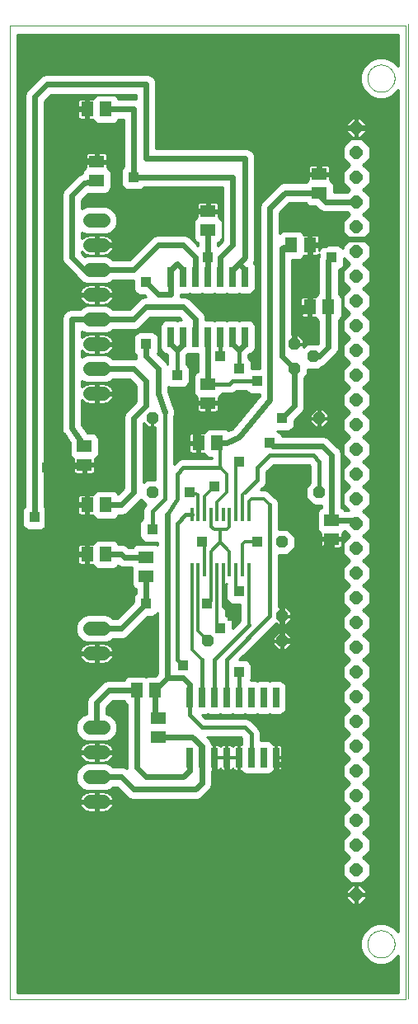
<source format=gtl>
G75*
%MOIN*%
%OFA0B0*%
%FSLAX24Y24*%
%IPPOS*%
%LPD*%
%AMOC8*
5,1,8,0,0,1.08239X$1,22.5*
%
%ADD10C,0.0000*%
%ADD11R,0.0591X0.0512*%
%ADD12R,0.0512X0.0591*%
%ADD13OC8,0.0477*%
%ADD14R,0.0260X0.0800*%
%ADD15C,0.0557*%
%ADD16R,0.0140X0.0580*%
%ADD17OC8,0.0517*%
%ADD18C,0.0240*%
%ADD19R,0.0425X0.0425*%
%ADD20C,0.0120*%
%ADD21C,0.0100*%
%ADD22C,0.0160*%
D10*
X000150Y000150D02*
X000150Y039520D01*
X016142Y039520D01*
X016142Y000150D01*
X000150Y000150D01*
X014600Y002400D02*
X014602Y002447D01*
X014608Y002493D01*
X014618Y002539D01*
X014631Y002583D01*
X014649Y002627D01*
X014670Y002668D01*
X014694Y002708D01*
X014722Y002746D01*
X014753Y002781D01*
X014787Y002813D01*
X014823Y002842D01*
X014862Y002868D01*
X014902Y002891D01*
X014945Y002910D01*
X014989Y002926D01*
X015034Y002938D01*
X015080Y002946D01*
X015127Y002950D01*
X015173Y002950D01*
X015220Y002946D01*
X015266Y002938D01*
X015311Y002926D01*
X015355Y002910D01*
X015398Y002891D01*
X015438Y002868D01*
X015477Y002842D01*
X015513Y002813D01*
X015547Y002781D01*
X015578Y002746D01*
X015606Y002708D01*
X015630Y002668D01*
X015651Y002627D01*
X015669Y002583D01*
X015682Y002539D01*
X015692Y002493D01*
X015698Y002447D01*
X015700Y002400D01*
X015698Y002353D01*
X015692Y002307D01*
X015682Y002261D01*
X015669Y002217D01*
X015651Y002173D01*
X015630Y002132D01*
X015606Y002092D01*
X015578Y002054D01*
X015547Y002019D01*
X015513Y001987D01*
X015477Y001958D01*
X015438Y001932D01*
X015398Y001909D01*
X015355Y001890D01*
X015311Y001874D01*
X015266Y001862D01*
X015220Y001854D01*
X015173Y001850D01*
X015127Y001850D01*
X015080Y001854D01*
X015034Y001862D01*
X014989Y001874D01*
X014945Y001890D01*
X014902Y001909D01*
X014862Y001932D01*
X014823Y001958D01*
X014787Y001987D01*
X014753Y002019D01*
X014722Y002054D01*
X014694Y002092D01*
X014670Y002132D01*
X014649Y002173D01*
X014631Y002217D01*
X014618Y002261D01*
X014608Y002307D01*
X014602Y002353D01*
X014600Y002400D01*
X016250Y000210D02*
X016250Y039590D01*
X014600Y037400D02*
X014602Y037447D01*
X014608Y037493D01*
X014618Y037539D01*
X014631Y037583D01*
X014649Y037627D01*
X014670Y037668D01*
X014694Y037708D01*
X014722Y037746D01*
X014753Y037781D01*
X014787Y037813D01*
X014823Y037842D01*
X014862Y037868D01*
X014902Y037891D01*
X014945Y037910D01*
X014989Y037926D01*
X015034Y037938D01*
X015080Y037946D01*
X015127Y037950D01*
X015173Y037950D01*
X015220Y037946D01*
X015266Y037938D01*
X015311Y037926D01*
X015355Y037910D01*
X015398Y037891D01*
X015438Y037868D01*
X015477Y037842D01*
X015513Y037813D01*
X015547Y037781D01*
X015578Y037746D01*
X015606Y037708D01*
X015630Y037668D01*
X015651Y037627D01*
X015669Y037583D01*
X015682Y037539D01*
X015692Y037493D01*
X015698Y037447D01*
X015700Y037400D01*
X015698Y037353D01*
X015692Y037307D01*
X015682Y037261D01*
X015669Y037217D01*
X015651Y037173D01*
X015630Y037132D01*
X015606Y037092D01*
X015578Y037054D01*
X015547Y037019D01*
X015513Y036987D01*
X015477Y036958D01*
X015438Y036932D01*
X015398Y036909D01*
X015355Y036890D01*
X015311Y036874D01*
X015266Y036862D01*
X015220Y036854D01*
X015173Y036850D01*
X015127Y036850D01*
X015080Y036854D01*
X015034Y036862D01*
X014989Y036874D01*
X014945Y036890D01*
X014902Y036909D01*
X014862Y036932D01*
X014823Y036958D01*
X014787Y036987D01*
X014753Y037019D01*
X014722Y037054D01*
X014694Y037092D01*
X014670Y037132D01*
X014649Y037173D01*
X014631Y037217D01*
X014618Y037261D01*
X014608Y037307D01*
X014602Y037353D01*
X014600Y037400D01*
D11*
X012650Y033524D03*
X012650Y032776D03*
X008150Y032024D03*
X008150Y031276D03*
X008150Y025024D03*
X008150Y024276D03*
X005650Y018024D03*
X005650Y017276D03*
X003150Y021776D03*
X003150Y022524D03*
X003650Y033276D03*
X003650Y034024D03*
X013150Y019524D03*
X013150Y018776D03*
X006150Y011524D03*
X006150Y010776D03*
D12*
X006024Y012650D03*
X005276Y012650D03*
X004024Y018150D03*
X003276Y018150D03*
X003276Y020150D03*
X004024Y020150D03*
X007776Y022650D03*
X008524Y022650D03*
X012276Y028150D03*
X013024Y028150D03*
X012274Y030650D03*
X011526Y030650D03*
X004024Y036150D03*
X003276Y036150D03*
D13*
X005900Y023650D03*
X005900Y020650D03*
X008150Y014650D03*
X011150Y014650D03*
X011150Y015650D03*
X011150Y018650D03*
X012650Y020650D03*
X012650Y023650D03*
X011650Y025650D03*
X011650Y026650D03*
X012400Y026150D03*
D14*
X009650Y026940D03*
X009150Y026940D03*
X008650Y026940D03*
X008150Y026940D03*
X007650Y026940D03*
X007150Y026940D03*
X006650Y026940D03*
X006650Y029360D03*
X007150Y029360D03*
X007650Y029360D03*
X008150Y029360D03*
X008650Y029360D03*
X009150Y029360D03*
X009650Y029360D03*
X009400Y012360D03*
X008900Y012360D03*
X008400Y012360D03*
X007900Y012360D03*
X007400Y012360D03*
X007400Y009940D03*
X007900Y009940D03*
X008400Y009940D03*
X008900Y009940D03*
X009400Y009940D03*
X009900Y009940D03*
X010400Y009940D03*
X010900Y009940D03*
X010900Y012360D03*
X010400Y012360D03*
X009900Y012360D03*
D15*
X003929Y011150D02*
X003371Y011150D01*
X003371Y010150D02*
X003929Y010150D01*
X003929Y009150D02*
X003371Y009150D01*
X003371Y008150D02*
X003929Y008150D01*
X003929Y014150D02*
X003371Y014150D01*
X003371Y015150D02*
X003929Y015150D01*
X003929Y024650D02*
X003371Y024650D01*
X003371Y025650D02*
X003929Y025650D01*
X003929Y026650D02*
X003371Y026650D01*
X003371Y027650D02*
X003929Y027650D01*
X003929Y028650D02*
X003371Y028650D01*
X003371Y029650D02*
X003929Y029650D01*
X003929Y030650D02*
X003371Y030650D01*
X003371Y031650D02*
X003929Y031650D01*
D16*
X007500Y019760D03*
X007750Y019760D03*
X008010Y019760D03*
X008270Y019760D03*
X008520Y019760D03*
X008780Y019760D03*
X009030Y019760D03*
X009290Y019760D03*
X009550Y019760D03*
X009800Y019760D03*
X009800Y017540D03*
X009550Y017540D03*
X009290Y017540D03*
X009030Y017540D03*
X008780Y017540D03*
X008520Y017540D03*
X008270Y017540D03*
X008010Y017540D03*
X007750Y017540D03*
X007500Y017540D03*
D17*
X014150Y017400D03*
X014150Y016400D03*
X014150Y015400D03*
X014150Y014400D03*
X014150Y013400D03*
X014150Y012400D03*
X014150Y011400D03*
X014150Y010400D03*
X014150Y009400D03*
X014150Y008400D03*
X014150Y007400D03*
X014150Y006400D03*
X014150Y005400D03*
X014150Y004400D03*
X014150Y018400D03*
X014150Y019400D03*
X014150Y020400D03*
X014150Y021400D03*
X014150Y022400D03*
X014150Y023400D03*
X014150Y024400D03*
X014150Y025400D03*
X014150Y026400D03*
X014150Y027400D03*
X014150Y028400D03*
X014150Y029400D03*
X014150Y030400D03*
X014150Y031400D03*
X014150Y032400D03*
X014150Y033400D03*
X014150Y034400D03*
X014150Y035400D03*
D18*
X014900Y035400D01*
X015150Y035150D01*
X015150Y031150D01*
X014900Y030900D01*
X013150Y030900D01*
X012900Y030650D01*
X012274Y030650D01*
X012274Y028152D01*
X012276Y028150D01*
X012150Y028150D01*
X011650Y027650D01*
X011650Y026650D01*
X011150Y026150D02*
X011650Y025650D01*
X011650Y024150D01*
X011150Y023650D01*
X010650Y024400D02*
X010650Y032150D01*
X011276Y032776D01*
X012650Y032776D01*
X012650Y032650D01*
X012900Y032400D01*
X014150Y032400D01*
X013150Y030150D02*
X013024Y030024D01*
X013024Y028150D01*
X013024Y026524D01*
X012650Y026150D01*
X012400Y026150D01*
X011150Y026150D02*
X011150Y030524D01*
X011526Y030650D01*
X012650Y033524D02*
X012524Y033650D01*
X012650Y033524D02*
X012650Y035150D01*
X012900Y035400D01*
X014150Y035400D01*
X009650Y034150D02*
X009650Y030150D01*
X009400Y029900D01*
X009650Y029650D01*
X009650Y029360D01*
X009150Y029650D02*
X009400Y029900D01*
X009150Y029650D02*
X009150Y029360D01*
X008650Y029360D02*
X008650Y030150D01*
X009150Y030650D01*
X009150Y033400D01*
X005150Y033400D01*
X005150Y036150D01*
X004024Y036150D01*
X003276Y036150D02*
X002150Y036150D01*
X001650Y037150D02*
X005650Y037150D01*
X005650Y034150D01*
X009650Y034150D01*
X008150Y032024D02*
X006024Y032024D01*
X004650Y030650D01*
X003650Y030650D01*
X003650Y029650D02*
X003150Y029650D01*
X002650Y030150D01*
X002650Y032650D01*
X003150Y033150D01*
X003650Y033276D01*
X003650Y034024D02*
X002150Y034150D01*
X001150Y036650D02*
X001650Y037150D01*
X001150Y036650D02*
X001150Y019650D01*
X001650Y020150D02*
X001650Y018150D01*
X001650Y016650D01*
X001650Y018150D02*
X003276Y018150D01*
X004024Y018150D02*
X004650Y018150D01*
X004776Y018024D01*
X005650Y018024D01*
X005650Y017276D02*
X005650Y016150D01*
X004650Y015150D01*
X003650Y015150D01*
X004150Y012650D02*
X003650Y012150D01*
X003650Y011150D01*
X004150Y012650D02*
X005276Y012650D01*
X005276Y009524D01*
X005650Y009150D01*
X007150Y009150D01*
X007400Y009400D01*
X007400Y009940D01*
X007900Y009940D02*
X007900Y010400D01*
X007524Y010776D01*
X006150Y010776D01*
X006150Y011524D02*
X006024Y011650D01*
X006024Y012650D01*
X006524Y013150D01*
X006524Y019774D01*
X005150Y020650D02*
X005150Y023650D01*
X005650Y024150D01*
X005650Y025150D01*
X005150Y025650D01*
X003650Y025650D01*
X003650Y027650D02*
X002650Y027650D01*
X002650Y023650D01*
X002650Y023276D01*
X003150Y022524D01*
X003150Y021776D02*
X001650Y021650D01*
X001650Y020150D01*
X003276Y020150D01*
X004024Y020150D02*
X004650Y020150D01*
X005150Y020650D01*
X006400Y023900D02*
X006150Y024650D01*
X006150Y025650D01*
X005650Y026150D01*
X005650Y026650D01*
X005150Y027650D02*
X005650Y028150D01*
X007150Y028150D01*
X007650Y027650D01*
X007650Y026940D01*
X007150Y026940D02*
X007150Y026650D01*
X006900Y026400D01*
X006650Y026650D01*
X006650Y026940D01*
X006650Y028650D02*
X006150Y028650D01*
X005650Y029150D01*
X005150Y029650D02*
X003650Y029650D01*
X003650Y027650D02*
X005150Y027650D01*
X005150Y029650D02*
X006150Y030650D01*
X007150Y030650D01*
X007650Y030150D01*
X007650Y029360D01*
X007150Y029360D02*
X007150Y029650D01*
X006900Y029900D01*
X006650Y029650D01*
X006650Y029360D01*
X006650Y028650D01*
X008150Y029360D02*
X008150Y030150D01*
X008150Y031276D01*
X008150Y026940D02*
X008150Y025024D01*
X008150Y024276D02*
X008150Y023400D01*
X007900Y023400D01*
X007650Y023150D01*
X007650Y022776D01*
X007776Y022650D01*
X008524Y022650D02*
X008900Y022650D01*
X009400Y022900D01*
X010650Y024400D01*
X010650Y022650D02*
X010776Y022524D01*
X012776Y022524D01*
X013150Y022150D01*
X013150Y019524D01*
X014026Y019524D01*
X014150Y019400D01*
X013150Y018776D02*
X012650Y018150D01*
X012150Y018150D01*
X011150Y017150D01*
X011150Y015650D01*
X011150Y014650D01*
X011650Y014650D01*
X012150Y014150D01*
X012150Y010150D01*
X011650Y009650D01*
X010900Y009650D01*
X010900Y008650D01*
X008650Y008650D01*
X008650Y009150D01*
X008900Y009400D01*
X008900Y009940D01*
X008400Y009400D02*
X008650Y009150D01*
X008400Y009400D02*
X008400Y009940D01*
X007900Y009940D02*
X007900Y008900D01*
X007650Y008650D01*
X005150Y008650D01*
X004650Y009150D01*
X003650Y009150D01*
X006524Y013150D02*
X007150Y013150D01*
X007400Y012900D01*
X007400Y012360D01*
X010900Y009940D02*
X010900Y009650D01*
X010900Y008650D02*
X010900Y004400D01*
X009400Y026400D02*
X009650Y026650D01*
X009650Y026940D01*
X009150Y026650D02*
X009400Y026400D01*
X009150Y026650D02*
X009150Y026940D01*
D19*
X008650Y026150D03*
X009400Y025650D03*
X010150Y025150D03*
X011150Y023650D03*
X010650Y022650D03*
X009400Y021900D03*
X008400Y020900D03*
X007400Y020650D03*
X007900Y018650D03*
X008100Y016150D03*
X008650Y015150D03*
X009150Y015650D03*
X009400Y016650D03*
X010150Y018650D03*
X008150Y023400D03*
X006900Y025400D03*
X005650Y026650D03*
X005650Y029150D03*
X005150Y033400D03*
X002150Y034150D03*
X002150Y036150D03*
X008150Y030150D03*
X013150Y030150D03*
X005900Y019150D03*
X005650Y016150D03*
X007150Y013650D03*
X009400Y013400D03*
X010900Y004400D03*
X001650Y016650D03*
X001150Y019650D03*
X001650Y021650D03*
D20*
X007400Y020650D02*
X007750Y020550D01*
X007750Y019760D01*
X008010Y019760D02*
X008010Y020510D01*
X008400Y020900D01*
X008900Y020650D02*
X008520Y020270D01*
X008520Y019760D01*
X008270Y019280D02*
X008400Y019150D01*
X008650Y019150D01*
X008650Y018650D01*
X009030Y018270D01*
X009030Y017540D01*
X008780Y017540D02*
X008780Y016020D01*
X009150Y015650D01*
X008520Y015280D02*
X008520Y017540D01*
X008270Y017540D02*
X008270Y018270D01*
X008650Y018650D01*
X008650Y019150D02*
X008900Y019150D01*
X009030Y019280D01*
X009030Y019760D01*
X009290Y019760D02*
X009290Y021790D01*
X008900Y021400D02*
X008900Y020650D01*
X008900Y021400D02*
X008650Y021650D01*
X008650Y022524D01*
X008524Y022650D01*
X009650Y020650D02*
X009550Y020550D01*
X009550Y019760D01*
X009800Y019760D02*
X009800Y020300D01*
X009900Y020400D01*
X010400Y020400D01*
X010650Y020150D01*
X010150Y018650D02*
X009650Y018650D01*
X009550Y018550D01*
X009550Y017540D01*
X009800Y017540D02*
X009800Y015300D01*
X009290Y016760D02*
X009290Y017540D01*
X008270Y017540D02*
X008270Y016270D01*
X008100Y016150D01*
X007750Y015050D02*
X008150Y014650D01*
X007750Y015050D02*
X007750Y017540D01*
X008010Y017540D02*
X008010Y018540D01*
X008270Y019280D02*
X008270Y019760D01*
X007500Y017540D02*
X007500Y014300D01*
X007900Y013900D01*
D21*
X008870Y015653D02*
X008870Y016973D01*
X008902Y016960D01*
X008914Y016960D01*
X008897Y016920D01*
X008897Y016380D01*
X008942Y016273D01*
X009023Y016192D01*
X009130Y016147D01*
X009450Y016147D01*
X009450Y015473D01*
X009153Y015176D01*
X009153Y015420D01*
X009108Y015527D01*
X009027Y015608D01*
X008920Y015653D01*
X008870Y015653D01*
X008870Y015713D02*
X009450Y015713D01*
X009450Y015615D02*
X009012Y015615D01*
X009113Y015516D02*
X009450Y015516D01*
X009394Y015418D02*
X009153Y015418D01*
X009153Y015319D02*
X009296Y015319D01*
X009197Y015221D02*
X009153Y015221D01*
X008870Y015812D02*
X009450Y015812D01*
X009450Y015910D02*
X008870Y015910D01*
X008870Y016009D02*
X009450Y016009D01*
X009450Y016107D02*
X008870Y016107D01*
X008870Y016206D02*
X009009Y016206D01*
X008929Y016304D02*
X008870Y016304D01*
X008870Y016403D02*
X008897Y016403D01*
X008897Y016501D02*
X008870Y016501D01*
X008870Y016600D02*
X008897Y016600D01*
X008897Y016698D02*
X008870Y016698D01*
X008870Y016797D02*
X008897Y016797D01*
X008897Y016895D02*
X008870Y016895D01*
X009956Y014433D02*
X010848Y014433D01*
X010783Y014498D02*
X010998Y014283D01*
X011120Y014283D01*
X011120Y014620D01*
X011180Y014620D01*
X011180Y014680D01*
X011517Y014680D01*
X011517Y014802D01*
X011302Y015017D01*
X011180Y015017D01*
X011180Y014680D01*
X011120Y014680D01*
X011120Y015017D01*
X010998Y015017D01*
X010783Y014802D01*
X010783Y014680D01*
X011120Y014680D01*
X011120Y014620D01*
X010783Y014620D01*
X010783Y014498D01*
X010783Y014531D02*
X010054Y014531D01*
X010153Y014630D02*
X011120Y014630D01*
X011180Y014630D02*
X013604Y014630D01*
X013601Y014627D02*
X013601Y014173D01*
X013874Y013900D01*
X013601Y013627D01*
X013601Y013173D01*
X013874Y012900D01*
X013601Y012627D01*
X013601Y012173D01*
X013874Y011900D01*
X013601Y011627D01*
X013601Y011173D01*
X013874Y010900D01*
X013601Y010627D01*
X013601Y010173D01*
X013874Y009900D01*
X013601Y009627D01*
X013601Y009173D01*
X013874Y008900D01*
X013601Y008627D01*
X013601Y008173D01*
X013874Y007900D01*
X013601Y007627D01*
X013601Y007173D01*
X013874Y006900D01*
X013601Y006627D01*
X013601Y006173D01*
X013874Y005900D01*
X013601Y005627D01*
X013601Y005173D01*
X013923Y004851D01*
X014377Y004851D01*
X014699Y005173D01*
X014699Y005627D01*
X014426Y005900D01*
X014699Y006173D01*
X014699Y006627D01*
X014426Y006900D01*
X014699Y007173D01*
X014699Y007627D01*
X014426Y007900D01*
X014699Y008173D01*
X014699Y008627D01*
X014426Y008900D01*
X014699Y009173D01*
X014699Y009627D01*
X014426Y009900D01*
X014699Y010173D01*
X014699Y010627D01*
X014426Y010900D01*
X014699Y011173D01*
X014699Y011627D01*
X014426Y011900D01*
X014699Y012173D01*
X014699Y012627D01*
X014426Y012900D01*
X014699Y013173D01*
X014699Y013627D01*
X014426Y013900D01*
X014699Y014173D01*
X014699Y014627D01*
X014426Y014900D01*
X014699Y015173D01*
X014699Y015627D01*
X014426Y015900D01*
X014699Y016173D01*
X014699Y016627D01*
X014426Y016900D01*
X014699Y017173D01*
X014699Y017627D01*
X014426Y017900D01*
X014699Y018173D01*
X014699Y018627D01*
X014426Y018900D01*
X014699Y019173D01*
X014699Y019627D01*
X014426Y019900D01*
X014699Y020173D01*
X014699Y020627D01*
X014426Y020900D01*
X014699Y021173D01*
X014699Y021627D01*
X014426Y021900D01*
X014699Y022173D01*
X014699Y022627D01*
X014426Y022900D01*
X014699Y023173D01*
X014699Y023627D01*
X014426Y023900D01*
X014699Y024173D01*
X014699Y024627D01*
X014426Y024900D01*
X014699Y025173D01*
X014699Y025627D01*
X014426Y025900D01*
X014699Y026173D01*
X014699Y026627D01*
X014426Y026900D01*
X014699Y027173D01*
X014699Y027627D01*
X014426Y027900D01*
X014699Y028173D01*
X014699Y028627D01*
X014426Y028900D01*
X014699Y029173D01*
X014699Y029627D01*
X014426Y029900D01*
X014699Y030173D01*
X014699Y030627D01*
X014426Y030900D01*
X014699Y031173D01*
X014699Y031627D01*
X014426Y031900D01*
X014699Y032173D01*
X014699Y032627D01*
X014426Y032900D01*
X014699Y033173D01*
X014699Y033627D01*
X014426Y033900D01*
X014699Y034173D01*
X014699Y034627D01*
X014377Y034949D01*
X013923Y034949D01*
X013601Y034627D01*
X013601Y034173D01*
X013874Y033900D01*
X013601Y033627D01*
X013601Y033173D01*
X013874Y032900D01*
X013784Y032810D01*
X013235Y032810D01*
X013235Y033090D01*
X013191Y033196D01*
X013110Y033278D01*
X013074Y033292D01*
X013074Y033474D01*
X012700Y033474D01*
X012700Y033574D01*
X013074Y033574D01*
X013074Y033797D01*
X013065Y033830D01*
X013048Y033859D01*
X013024Y033883D01*
X012995Y033900D01*
X012962Y033909D01*
X012700Y033909D01*
X012700Y033574D01*
X012600Y033574D01*
X012600Y033474D01*
X012226Y033474D01*
X012226Y033292D01*
X012190Y033278D01*
X012109Y033196D01*
X012105Y033186D01*
X011194Y033186D01*
X011044Y033124D01*
X010418Y032498D01*
X010302Y032382D01*
X010240Y032232D01*
X010240Y025653D01*
X009903Y025653D01*
X009903Y025920D01*
X009858Y026027D01*
X009777Y026108D01*
X009770Y026111D01*
X009770Y026190D01*
X009830Y026250D01*
X009838Y026250D01*
X009944Y026294D01*
X010026Y026376D01*
X010070Y026482D01*
X010070Y027398D01*
X010026Y027504D01*
X009944Y027586D01*
X009838Y027630D01*
X009462Y027630D01*
X009400Y027604D01*
X009338Y027630D01*
X008962Y027630D01*
X008900Y027604D01*
X008838Y027630D01*
X008462Y027630D01*
X008400Y027604D01*
X008338Y027630D01*
X008060Y027630D01*
X008060Y027732D01*
X007998Y027882D01*
X007498Y028382D01*
X007382Y028498D01*
X007232Y028560D01*
X007056Y028560D01*
X007060Y028568D01*
X007060Y028670D01*
X007338Y028670D01*
X007400Y028696D01*
X007462Y028670D01*
X007838Y028670D01*
X007900Y028696D01*
X007962Y028670D01*
X008338Y028670D01*
X008400Y028696D01*
X008462Y028670D01*
X008838Y028670D01*
X008900Y028696D01*
X008962Y028670D01*
X009338Y028670D01*
X009400Y028696D01*
X009462Y028670D01*
X009838Y028670D01*
X009944Y028714D01*
X010026Y028796D01*
X010070Y028902D01*
X010070Y029818D01*
X010026Y029924D01*
X010008Y029942D01*
X010060Y030068D01*
X010060Y034232D01*
X009998Y034382D01*
X009882Y034498D01*
X009732Y034560D01*
X006060Y034560D01*
X006060Y037232D01*
X005998Y037382D01*
X005882Y037498D01*
X005732Y037560D01*
X001568Y037560D01*
X001418Y037498D01*
X001302Y037382D01*
X000802Y036882D01*
X000740Y036732D01*
X000740Y020075D01*
X000692Y020027D01*
X000647Y019920D01*
X000647Y019380D01*
X000692Y019273D01*
X000773Y019192D01*
X000880Y019147D01*
X001420Y019147D01*
X001527Y019192D01*
X001608Y019273D01*
X001653Y019380D01*
X001653Y019920D01*
X001608Y020027D01*
X001560Y020075D01*
X001560Y036480D01*
X001820Y036740D01*
X005240Y036740D01*
X005240Y036556D01*
X005232Y036560D01*
X004546Y036560D01*
X004526Y036610D01*
X004444Y036691D01*
X004338Y036735D01*
X003710Y036735D01*
X003604Y036691D01*
X003522Y036610D01*
X003508Y036574D01*
X003326Y036574D01*
X003326Y036200D01*
X003226Y036200D01*
X003226Y036574D01*
X003003Y036574D01*
X002970Y036565D01*
X002941Y036548D01*
X002917Y036524D01*
X002900Y036495D01*
X002891Y036462D01*
X002891Y036200D01*
X003226Y036200D01*
X003226Y036100D01*
X003326Y036100D01*
X003326Y035726D01*
X003508Y035726D01*
X003522Y035690D01*
X003604Y035609D01*
X003710Y035565D01*
X004338Y035565D01*
X004444Y035609D01*
X004526Y035690D01*
X004546Y035740D01*
X004740Y035740D01*
X004740Y033825D01*
X004692Y033777D01*
X004647Y033670D01*
X004647Y033130D01*
X004692Y033023D01*
X004773Y032942D01*
X004880Y032897D01*
X005420Y032897D01*
X005527Y032942D01*
X005575Y032990D01*
X008740Y032990D01*
X008740Y030820D01*
X008560Y030640D01*
X008560Y030754D01*
X008610Y030774D01*
X008691Y030856D01*
X008735Y030962D01*
X008735Y031590D01*
X008691Y031696D01*
X008610Y031778D01*
X008574Y031792D01*
X008574Y031974D01*
X008200Y031974D01*
X008200Y032074D01*
X008574Y032074D01*
X008574Y032297D01*
X008565Y032330D01*
X008548Y032359D01*
X008524Y032383D01*
X008495Y032400D01*
X008462Y032409D01*
X008200Y032409D01*
X008200Y032074D01*
X008100Y032074D01*
X008100Y031974D01*
X007726Y031974D01*
X007726Y031792D01*
X007690Y031778D01*
X007609Y031696D01*
X007565Y031590D01*
X007565Y030962D01*
X007609Y030856D01*
X007690Y030774D01*
X007740Y030754D01*
X007740Y030640D01*
X007498Y030882D01*
X007598Y030882D01*
X007596Y030784D02*
X007681Y030784D01*
X007695Y030685D02*
X007740Y030685D01*
X007565Y030981D02*
X007399Y030981D01*
X007382Y030998D02*
X007232Y031060D01*
X006068Y031060D01*
X005918Y030998D01*
X004980Y030060D01*
X004323Y030060D01*
X004251Y030132D01*
X004042Y030219D01*
X003258Y030219D01*
X003190Y030190D01*
X003060Y030320D01*
X003060Y030385D01*
X003060Y030385D01*
X003106Y030339D01*
X003158Y030301D01*
X003215Y030272D01*
X003276Y030253D01*
X003339Y030243D01*
X003600Y030243D01*
X003600Y030600D01*
X003700Y030600D01*
X003700Y030700D01*
X003600Y030700D01*
X003600Y031057D01*
X003339Y031057D01*
X003276Y031047D01*
X003215Y031028D01*
X003158Y030999D01*
X003106Y030961D01*
X003060Y030915D01*
X003060Y031163D01*
X003258Y031081D01*
X004042Y031081D01*
X004251Y031168D01*
X004411Y031328D01*
X004497Y031537D01*
X004497Y031763D01*
X004411Y031972D01*
X004251Y032132D01*
X004042Y032219D01*
X003258Y032219D01*
X003060Y032137D01*
X003060Y032480D01*
X003310Y032730D01*
X004003Y032730D01*
X004110Y032774D01*
X004191Y032856D01*
X004235Y032962D01*
X004235Y033590D01*
X004191Y033696D01*
X004110Y033778D01*
X004074Y033792D01*
X004074Y033974D01*
X003700Y033974D01*
X003700Y034074D01*
X004074Y034074D01*
X004074Y034297D01*
X004065Y034330D01*
X004048Y034359D01*
X004024Y034383D01*
X003995Y034400D01*
X003962Y034409D01*
X003700Y034409D01*
X003700Y034074D01*
X003600Y034074D01*
X003600Y033974D01*
X003226Y033974D01*
X003226Y033792D01*
X003190Y033778D01*
X003109Y033696D01*
X003065Y033590D01*
X003065Y033558D01*
X003021Y033540D01*
X002971Y033528D01*
X002946Y033509D01*
X002918Y033498D01*
X002881Y033461D01*
X002840Y033430D01*
X002824Y033404D01*
X002302Y032882D01*
X002240Y032732D01*
X002240Y030068D01*
X002302Y029918D01*
X002802Y029418D01*
X002887Y029333D01*
X002889Y029328D01*
X003049Y029168D01*
X003258Y029081D01*
X004042Y029081D01*
X004251Y029168D01*
X004323Y029240D01*
X005147Y029240D01*
X005147Y028880D01*
X005192Y028773D01*
X005273Y028692D01*
X005380Y028647D01*
X005573Y028647D01*
X005660Y028560D01*
X005568Y028560D01*
X005418Y028498D01*
X004980Y028060D01*
X004323Y028060D01*
X004251Y028132D01*
X004042Y028219D01*
X003258Y028219D01*
X003049Y028132D01*
X002977Y028060D01*
X002568Y028060D01*
X002418Y027998D01*
X002302Y027882D01*
X002240Y027732D01*
X002240Y023317D01*
X002232Y023277D01*
X002240Y023236D01*
X002240Y023194D01*
X002256Y023157D01*
X002263Y023117D01*
X002286Y023082D01*
X002302Y023044D01*
X002331Y023015D01*
X002565Y022664D01*
X002565Y022210D01*
X002609Y022104D01*
X002690Y022022D01*
X002726Y022008D01*
X002726Y021826D01*
X003100Y021826D01*
X003100Y021726D01*
X002726Y021726D01*
X002726Y021503D01*
X002735Y021470D01*
X002752Y021441D01*
X002776Y021417D01*
X002805Y021400D01*
X002838Y021391D01*
X003100Y021391D01*
X003100Y021726D01*
X003200Y021726D01*
X003200Y021826D01*
X003574Y021826D01*
X003574Y022008D01*
X003610Y022022D01*
X003691Y022104D01*
X003735Y022210D01*
X003735Y022838D01*
X003691Y022944D01*
X003610Y023026D01*
X003503Y023070D01*
X003279Y023070D01*
X003060Y023400D01*
X003060Y024385D01*
X003060Y024385D01*
X003106Y024339D01*
X003158Y024301D01*
X003215Y024272D01*
X003276Y024253D01*
X003339Y024243D01*
X003600Y024243D01*
X003600Y024600D01*
X003700Y024600D01*
X003700Y024700D01*
X003600Y024700D01*
X003600Y025057D01*
X003339Y025057D01*
X003276Y025047D01*
X003215Y025028D01*
X003158Y024999D01*
X003106Y024961D01*
X003060Y024915D01*
X003060Y025163D01*
X003258Y025081D01*
X004042Y025081D01*
X004251Y025168D01*
X004323Y025240D01*
X004980Y025240D01*
X005240Y024980D01*
X005240Y024320D01*
X004802Y023882D01*
X004740Y023732D01*
X004740Y020820D01*
X004527Y020607D01*
X004526Y020610D01*
X004444Y020691D01*
X004338Y020735D01*
X003710Y020735D01*
X003604Y020691D01*
X003522Y020610D01*
X003508Y020574D01*
X003326Y020574D01*
X003326Y020200D01*
X003226Y020200D01*
X003226Y020574D01*
X003003Y020574D01*
X002970Y020565D01*
X002941Y020548D01*
X002917Y020524D01*
X002900Y020495D01*
X002891Y020462D01*
X002891Y020200D01*
X003226Y020200D01*
X003226Y020100D01*
X003326Y020100D01*
X003326Y019726D01*
X003508Y019726D01*
X003522Y019690D01*
X003604Y019609D01*
X003710Y019565D01*
X004338Y019565D01*
X004444Y019609D01*
X004526Y019690D01*
X004546Y019740D01*
X004732Y019740D01*
X004882Y019802D01*
X005382Y020302D01*
X005441Y020361D01*
X005639Y020163D01*
X005586Y020110D01*
X005530Y019974D01*
X005530Y019611D01*
X005523Y019608D01*
X005442Y019527D01*
X005397Y019420D01*
X005397Y018880D01*
X005442Y018773D01*
X005523Y018692D01*
X005630Y018647D01*
X006114Y018647D01*
X006114Y018521D01*
X006110Y018526D01*
X006003Y018570D01*
X005297Y018570D01*
X005190Y018526D01*
X005109Y018444D01*
X005105Y018434D01*
X004946Y018434D01*
X004882Y018498D01*
X004732Y018560D01*
X004546Y018560D01*
X004526Y018610D01*
X004444Y018691D01*
X004338Y018735D01*
X003710Y018735D01*
X003604Y018691D01*
X003522Y018610D01*
X003508Y018574D01*
X003326Y018574D01*
X003326Y018200D01*
X003226Y018200D01*
X003226Y018574D01*
X003003Y018574D01*
X002970Y018565D01*
X002941Y018548D01*
X002917Y018524D01*
X002900Y018495D01*
X002891Y018462D01*
X002891Y018200D01*
X003226Y018200D01*
X003226Y018100D01*
X003326Y018100D01*
X003326Y017726D01*
X003508Y017726D01*
X003522Y017690D01*
X003604Y017609D01*
X003710Y017565D01*
X004338Y017565D01*
X004444Y017609D01*
X004526Y017690D01*
X004527Y017693D01*
X004544Y017676D01*
X004694Y017614D01*
X005075Y017614D01*
X005065Y017590D01*
X005065Y016962D01*
X005109Y016856D01*
X005190Y016774D01*
X005240Y016754D01*
X005240Y016575D01*
X005192Y016527D01*
X005147Y016420D01*
X005147Y016227D01*
X004480Y015560D01*
X004323Y015560D01*
X004251Y015632D01*
X004042Y015719D01*
X003258Y015719D01*
X003049Y015632D01*
X002889Y015472D01*
X002803Y015263D01*
X002803Y015037D01*
X002889Y014828D01*
X003049Y014668D01*
X003258Y014581D01*
X004042Y014581D01*
X004251Y014668D01*
X004323Y014740D01*
X004732Y014740D01*
X004882Y014802D01*
X004998Y014918D01*
X005727Y015647D01*
X005920Y015647D01*
X006027Y015692D01*
X006108Y015773D01*
X006114Y015787D01*
X006114Y013320D01*
X006029Y013235D01*
X005710Y013235D01*
X005650Y013210D01*
X005590Y013235D01*
X004962Y013235D01*
X004856Y013191D01*
X004774Y013110D01*
X004754Y013060D01*
X004068Y013060D01*
X003918Y012998D01*
X003418Y012498D01*
X003302Y012382D01*
X003240Y012232D01*
X003240Y011711D01*
X003049Y011632D01*
X002889Y011472D01*
X002803Y011263D01*
X002803Y011037D01*
X002889Y010828D01*
X003049Y010668D01*
X003258Y010581D01*
X004042Y010581D01*
X004251Y010668D01*
X004411Y010828D01*
X004497Y011037D01*
X004497Y011263D01*
X004411Y011472D01*
X004251Y011632D01*
X004060Y011711D01*
X004060Y011980D01*
X004320Y012240D01*
X004754Y012240D01*
X004774Y012190D01*
X004856Y012109D01*
X004866Y012105D01*
X004866Y009504D01*
X004732Y009560D01*
X004323Y009560D01*
X004251Y009632D01*
X004042Y009719D01*
X003258Y009719D01*
X003049Y009632D01*
X002889Y009472D01*
X002803Y009263D01*
X002803Y009037D01*
X002889Y008828D01*
X003049Y008668D01*
X003258Y008581D01*
X004042Y008581D01*
X004251Y008668D01*
X004323Y008740D01*
X004480Y008740D01*
X004918Y008302D01*
X005068Y008240D01*
X007732Y008240D01*
X007882Y008302D01*
X007998Y008418D01*
X008248Y008668D01*
X008310Y008818D01*
X013792Y008818D01*
X013857Y008917D02*
X008310Y008917D01*
X008310Y009015D02*
X013759Y009015D01*
X013660Y009114D02*
X008310Y009114D01*
X008310Y009212D02*
X013601Y009212D01*
X013601Y009311D02*
X010711Y009311D01*
X010694Y009294D02*
X010776Y009376D01*
X010791Y009411D01*
X010885Y009411D01*
X010885Y009925D01*
X010915Y009925D01*
X010915Y009955D01*
X010885Y009955D01*
X010885Y010469D01*
X010791Y010469D01*
X010776Y010504D01*
X010694Y010586D01*
X010588Y010630D01*
X010270Y010630D01*
X010270Y010974D01*
X010214Y011110D01*
X009964Y011360D01*
X009860Y011464D01*
X009724Y011520D01*
X008053Y011520D01*
X007903Y011670D01*
X008088Y011670D01*
X008150Y011696D01*
X008212Y011670D01*
X008588Y011670D01*
X008650Y011696D01*
X008712Y011670D01*
X009088Y011670D01*
X009150Y011696D01*
X009212Y011670D01*
X009588Y011670D01*
X009650Y011696D01*
X009712Y011670D01*
X010088Y011670D01*
X010150Y011696D01*
X010212Y011670D01*
X010588Y011670D01*
X010650Y011696D01*
X010712Y011670D01*
X011088Y011670D01*
X011194Y011714D01*
X011276Y011796D01*
X011320Y011902D01*
X011320Y012818D01*
X011276Y012924D01*
X011194Y013006D01*
X011088Y013050D01*
X010712Y013050D01*
X010650Y013024D01*
X010588Y013050D01*
X010212Y013050D01*
X010150Y013024D01*
X010088Y013050D01*
X009870Y013050D01*
X009903Y013130D01*
X009903Y013670D01*
X009858Y013777D01*
X009777Y013858D01*
X009670Y013903D01*
X009426Y013903D01*
X010902Y015379D01*
X010998Y015283D01*
X011120Y015283D01*
X011120Y015620D01*
X011180Y015620D01*
X011180Y015680D01*
X011120Y015680D01*
X011120Y016017D01*
X011020Y016017D01*
X011020Y018121D01*
X011369Y018121D01*
X011679Y018431D01*
X011679Y018869D01*
X011369Y019179D01*
X011020Y019179D01*
X011020Y020224D01*
X010964Y020360D01*
X010860Y020464D01*
X010811Y020484D01*
X010598Y020697D01*
X010470Y020750D01*
X010273Y020750D01*
X010360Y020836D01*
X010464Y020940D01*
X010520Y021076D01*
X010520Y021497D01*
X010803Y021780D01*
X012247Y021780D01*
X012280Y021747D01*
X012280Y021028D01*
X012121Y020869D01*
X012121Y020431D01*
X012431Y020121D01*
X012740Y020121D01*
X012740Y020046D01*
X012690Y020026D01*
X012609Y019944D01*
X012565Y019838D01*
X012565Y019210D01*
X012609Y019104D01*
X012690Y019022D01*
X012726Y019008D01*
X012726Y018826D01*
X013100Y018826D01*
X013100Y018726D01*
X012726Y018726D01*
X012726Y018503D01*
X012735Y018470D01*
X012752Y018441D01*
X012776Y018417D01*
X012805Y018400D01*
X012838Y018391D01*
X013100Y018391D01*
X013100Y018726D01*
X013200Y018726D01*
X013200Y018826D01*
X013574Y018826D01*
X013574Y019008D01*
X013610Y019022D01*
X013681Y019093D01*
X013874Y018900D01*
X013601Y018627D01*
X013601Y018173D01*
X013874Y017900D01*
X013601Y017627D01*
X013601Y017173D01*
X013874Y016900D01*
X013601Y016627D01*
X013601Y016173D01*
X013874Y015900D01*
X013601Y015627D01*
X013601Y015173D01*
X013874Y014900D01*
X013601Y014627D01*
X013601Y014531D02*
X011517Y014531D01*
X011517Y014498D02*
X011517Y014620D01*
X011180Y014620D01*
X011180Y014283D01*
X011302Y014283D01*
X011517Y014498D01*
X011452Y014433D02*
X013601Y014433D01*
X013601Y014334D02*
X011354Y014334D01*
X011180Y014334D02*
X011120Y014334D01*
X011120Y014433D02*
X011180Y014433D01*
X011180Y014531D02*
X011120Y014531D01*
X011120Y014728D02*
X011180Y014728D01*
X011180Y014827D02*
X011120Y014827D01*
X011120Y014925D02*
X011180Y014925D01*
X010905Y014925D02*
X010448Y014925D01*
X010350Y014827D02*
X010807Y014827D01*
X010783Y014728D02*
X010251Y014728D01*
X010547Y015024D02*
X013750Y015024D01*
X013652Y015122D02*
X010645Y015122D01*
X010744Y015221D02*
X013601Y015221D01*
X013601Y015319D02*
X011339Y015319D01*
X011302Y015283D02*
X011517Y015498D01*
X011517Y015620D01*
X011180Y015620D01*
X011180Y015283D01*
X011302Y015283D01*
X011180Y015319D02*
X011120Y015319D01*
X011120Y015418D02*
X011180Y015418D01*
X011180Y015516D02*
X011120Y015516D01*
X011120Y015615D02*
X011180Y015615D01*
X011180Y015680D02*
X011517Y015680D01*
X011517Y015802D01*
X011302Y016017D01*
X011180Y016017D01*
X011180Y015680D01*
X011180Y015713D02*
X011120Y015713D01*
X011120Y015812D02*
X011180Y015812D01*
X011180Y015910D02*
X011120Y015910D01*
X011120Y016009D02*
X011180Y016009D01*
X011311Y016009D02*
X013765Y016009D01*
X013667Y016107D02*
X011020Y016107D01*
X011020Y016206D02*
X013601Y016206D01*
X013601Y016304D02*
X011020Y016304D01*
X011020Y016403D02*
X013601Y016403D01*
X013601Y016501D02*
X011020Y016501D01*
X011020Y016600D02*
X013601Y016600D01*
X013672Y016698D02*
X011020Y016698D01*
X011020Y016797D02*
X013771Y016797D01*
X013869Y016895D02*
X011020Y016895D01*
X011020Y016994D02*
X013780Y016994D01*
X013682Y017092D02*
X011020Y017092D01*
X011020Y017191D02*
X013601Y017191D01*
X013601Y017289D02*
X011020Y017289D01*
X011020Y017388D02*
X013601Y017388D01*
X013601Y017486D02*
X011020Y017486D01*
X011020Y017585D02*
X013601Y017585D01*
X013657Y017683D02*
X011020Y017683D01*
X011020Y017782D02*
X013756Y017782D01*
X013854Y017880D02*
X011020Y017880D01*
X011020Y017979D02*
X013795Y017979D01*
X013697Y018077D02*
X011020Y018077D01*
X011423Y018176D02*
X013601Y018176D01*
X013601Y018274D02*
X011522Y018274D01*
X011620Y018373D02*
X013601Y018373D01*
X013548Y018441D02*
X013565Y018470D01*
X013574Y018503D01*
X013574Y018726D01*
X013200Y018726D01*
X013200Y018391D01*
X013462Y018391D01*
X013495Y018400D01*
X013524Y018417D01*
X013548Y018441D01*
X013565Y018471D02*
X013601Y018471D01*
X013601Y018570D02*
X013574Y018570D01*
X013574Y018668D02*
X013642Y018668D01*
X013741Y018767D02*
X013200Y018767D01*
X013200Y018668D02*
X013100Y018668D01*
X013100Y018570D02*
X013200Y018570D01*
X013200Y018471D02*
X013100Y018471D01*
X013100Y018767D02*
X011679Y018767D01*
X011679Y018865D02*
X012726Y018865D01*
X012726Y018964D02*
X011584Y018964D01*
X011486Y019062D02*
X012651Y019062D01*
X012585Y019161D02*
X011387Y019161D01*
X011679Y018668D02*
X012726Y018668D01*
X012726Y018570D02*
X011679Y018570D01*
X011679Y018471D02*
X012735Y018471D01*
X012565Y019259D02*
X011020Y019259D01*
X011020Y019358D02*
X012565Y019358D01*
X012565Y019456D02*
X011020Y019456D01*
X011020Y019555D02*
X012565Y019555D01*
X012565Y019653D02*
X011020Y019653D01*
X011020Y019752D02*
X012565Y019752D01*
X012570Y019850D02*
X011020Y019850D01*
X011020Y019949D02*
X012613Y019949D01*
X012740Y020047D02*
X011020Y020047D01*
X011020Y020146D02*
X012407Y020146D01*
X012308Y020244D02*
X011012Y020244D01*
X010971Y020343D02*
X012210Y020343D01*
X012121Y020441D02*
X010882Y020441D01*
X010755Y020540D02*
X012121Y020540D01*
X012121Y020638D02*
X010657Y020638D01*
X010502Y020737D02*
X012121Y020737D01*
X012121Y020835D02*
X010358Y020835D01*
X010457Y020934D02*
X012186Y020934D01*
X012280Y021032D02*
X010502Y021032D01*
X010520Y021131D02*
X012280Y021131D01*
X012280Y021229D02*
X010520Y021229D01*
X010520Y021328D02*
X012280Y021328D01*
X012280Y021426D02*
X010520Y021426D01*
X010548Y021525D02*
X012280Y021525D01*
X012280Y021623D02*
X010646Y021623D01*
X010745Y021722D02*
X012280Y021722D01*
X012858Y022934D02*
X011147Y022934D01*
X011108Y023027D01*
X011027Y023108D01*
X010933Y023147D01*
X011420Y023147D01*
X011527Y023192D01*
X011608Y023273D01*
X011653Y023380D01*
X011653Y023573D01*
X011998Y023918D01*
X012060Y024068D01*
X012060Y025312D01*
X012179Y025431D01*
X012179Y025624D01*
X012181Y025621D01*
X012619Y025621D01*
X012742Y025744D01*
X012882Y025802D01*
X012998Y025918D01*
X013372Y026292D01*
X013434Y026442D01*
X013434Y027605D01*
X013444Y027609D01*
X013526Y027690D01*
X013570Y027797D01*
X013570Y028503D01*
X013526Y028610D01*
X013444Y028691D01*
X013434Y028695D01*
X013434Y029653D01*
X013527Y029692D01*
X013608Y029773D01*
X013653Y029880D01*
X013653Y030121D01*
X013874Y029900D01*
X013601Y029627D01*
X013601Y029173D01*
X013874Y028900D01*
X013601Y028627D01*
X013601Y028173D01*
X013874Y027900D01*
X013601Y027627D01*
X013601Y027173D01*
X013874Y026900D01*
X013601Y026627D01*
X013601Y026173D01*
X013874Y025900D01*
X013601Y025627D01*
X013601Y025173D01*
X013874Y024900D01*
X013601Y024627D01*
X013601Y024173D01*
X013874Y023900D01*
X013601Y023627D01*
X013601Y023173D01*
X013874Y022900D01*
X013601Y022627D01*
X013601Y022173D01*
X013874Y021900D01*
X013601Y021627D01*
X013601Y021173D01*
X013874Y020900D01*
X013601Y020627D01*
X013601Y020173D01*
X013840Y019934D01*
X013695Y019934D01*
X013691Y019944D01*
X013610Y020026D01*
X013560Y020046D01*
X013560Y022232D01*
X013498Y022382D01*
X013382Y022498D01*
X013008Y022872D01*
X012858Y022934D01*
X012931Y022904D02*
X013870Y022904D01*
X013779Y022805D02*
X013075Y022805D01*
X013173Y022707D02*
X013681Y022707D01*
X013601Y022608D02*
X013272Y022608D01*
X013370Y022510D02*
X013601Y022510D01*
X013601Y022411D02*
X013469Y022411D01*
X013526Y022313D02*
X013601Y022313D01*
X013601Y022214D02*
X013560Y022214D01*
X013560Y022116D02*
X013658Y022116D01*
X013560Y022017D02*
X013757Y022017D01*
X013855Y021919D02*
X013560Y021919D01*
X013560Y021820D02*
X013794Y021820D01*
X013696Y021722D02*
X013560Y021722D01*
X013560Y021623D02*
X013601Y021623D01*
X013601Y021525D02*
X013560Y021525D01*
X013560Y021426D02*
X013601Y021426D01*
X013601Y021328D02*
X013560Y021328D01*
X013560Y021229D02*
X013601Y021229D01*
X013560Y021131D02*
X013643Y021131D01*
X013560Y021032D02*
X013742Y021032D01*
X013840Y020934D02*
X013560Y020934D01*
X013560Y020835D02*
X013809Y020835D01*
X013711Y020737D02*
X013560Y020737D01*
X013560Y020638D02*
X013612Y020638D01*
X013601Y020540D02*
X013560Y020540D01*
X013560Y020441D02*
X013601Y020441D01*
X013601Y020343D02*
X013560Y020343D01*
X013560Y020244D02*
X013601Y020244D01*
X013628Y020146D02*
X013560Y020146D01*
X013560Y020047D02*
X013727Y020047D01*
X013687Y019949D02*
X013825Y019949D01*
X013712Y019062D02*
X013649Y019062D01*
X013574Y018964D02*
X013810Y018964D01*
X013839Y018865D02*
X013574Y018865D01*
X014461Y018865D02*
X015852Y018865D01*
X015852Y018767D02*
X014559Y018767D01*
X014658Y018668D02*
X015852Y018668D01*
X015852Y018570D02*
X014699Y018570D01*
X014699Y018471D02*
X015852Y018471D01*
X015852Y018373D02*
X014699Y018373D01*
X014699Y018274D02*
X015852Y018274D01*
X015852Y018176D02*
X014699Y018176D01*
X014603Y018077D02*
X015852Y018077D01*
X015852Y017979D02*
X014505Y017979D01*
X014446Y017880D02*
X015852Y017880D01*
X015852Y017782D02*
X014544Y017782D01*
X014643Y017683D02*
X015852Y017683D01*
X015852Y017585D02*
X014699Y017585D01*
X014699Y017486D02*
X015852Y017486D01*
X015852Y017388D02*
X014699Y017388D01*
X014699Y017289D02*
X015852Y017289D01*
X015852Y017191D02*
X014699Y017191D01*
X014618Y017092D02*
X015852Y017092D01*
X015852Y016994D02*
X014520Y016994D01*
X014431Y016895D02*
X015852Y016895D01*
X015852Y016797D02*
X014529Y016797D01*
X014628Y016698D02*
X015852Y016698D01*
X015852Y016600D02*
X014699Y016600D01*
X014699Y016501D02*
X015852Y016501D01*
X015852Y016403D02*
X014699Y016403D01*
X014699Y016304D02*
X015852Y016304D01*
X015852Y016206D02*
X014699Y016206D01*
X014633Y016107D02*
X015852Y016107D01*
X015852Y016009D02*
X014535Y016009D01*
X014436Y015910D02*
X015852Y015910D01*
X015852Y015812D02*
X014514Y015812D01*
X014613Y015713D02*
X015852Y015713D01*
X015852Y015615D02*
X014699Y015615D01*
X014699Y015516D02*
X015852Y015516D01*
X015852Y015418D02*
X014699Y015418D01*
X014699Y015319D02*
X015852Y015319D01*
X015852Y015221D02*
X014699Y015221D01*
X014648Y015122D02*
X015852Y015122D01*
X015852Y015024D02*
X014550Y015024D01*
X014451Y014925D02*
X015852Y014925D01*
X015852Y014827D02*
X014499Y014827D01*
X014598Y014728D02*
X015852Y014728D01*
X015852Y014630D02*
X014696Y014630D01*
X014699Y014531D02*
X015852Y014531D01*
X015852Y014433D02*
X014699Y014433D01*
X014699Y014334D02*
X015852Y014334D01*
X015852Y014236D02*
X014699Y014236D01*
X014663Y014137D02*
X015852Y014137D01*
X015852Y014039D02*
X014565Y014039D01*
X014466Y013940D02*
X015852Y013940D01*
X015852Y013842D02*
X014484Y013842D01*
X014583Y013743D02*
X015852Y013743D01*
X015852Y013645D02*
X014681Y013645D01*
X014699Y013546D02*
X015852Y013546D01*
X015852Y013448D02*
X014699Y013448D01*
X014699Y013349D02*
X015852Y013349D01*
X015852Y013251D02*
X014699Y013251D01*
X014678Y013152D02*
X015852Y013152D01*
X015852Y013054D02*
X014580Y013054D01*
X014481Y012955D02*
X015852Y012955D01*
X015852Y012857D02*
X014470Y012857D01*
X014568Y012758D02*
X015852Y012758D01*
X015852Y012660D02*
X014667Y012660D01*
X014699Y012561D02*
X015852Y012561D01*
X015852Y012463D02*
X014699Y012463D01*
X014699Y012364D02*
X015852Y012364D01*
X015852Y012266D02*
X014699Y012266D01*
X014693Y012167D02*
X015852Y012167D01*
X015852Y012069D02*
X014595Y012069D01*
X014496Y011970D02*
X015852Y011970D01*
X015852Y011872D02*
X014455Y011872D01*
X014553Y011773D02*
X015852Y011773D01*
X015852Y011675D02*
X014652Y011675D01*
X014699Y011576D02*
X015852Y011576D01*
X015852Y011478D02*
X014699Y011478D01*
X014699Y011379D02*
X015852Y011379D01*
X015852Y011281D02*
X014699Y011281D01*
X014699Y011182D02*
X015852Y011182D01*
X015852Y011084D02*
X014610Y011084D01*
X014511Y010985D02*
X015852Y010985D01*
X015852Y010887D02*
X014440Y010887D01*
X014538Y010788D02*
X015852Y010788D01*
X015852Y010690D02*
X014637Y010690D01*
X014699Y010591D02*
X015852Y010591D01*
X015852Y010493D02*
X014699Y010493D01*
X014699Y010394D02*
X015852Y010394D01*
X015852Y010296D02*
X014699Y010296D01*
X014699Y010197D02*
X015852Y010197D01*
X015852Y010099D02*
X014625Y010099D01*
X014526Y010000D02*
X015852Y010000D01*
X015852Y009902D02*
X014428Y009902D01*
X014523Y009803D02*
X015852Y009803D01*
X015852Y009705D02*
X014622Y009705D01*
X014699Y009606D02*
X015852Y009606D01*
X015852Y009508D02*
X014699Y009508D01*
X014699Y009409D02*
X015852Y009409D01*
X015852Y009311D02*
X014699Y009311D01*
X014699Y009212D02*
X015852Y009212D01*
X015852Y009114D02*
X014640Y009114D01*
X014541Y009015D02*
X015852Y009015D01*
X015852Y008917D02*
X014443Y008917D01*
X014508Y008818D02*
X015852Y008818D01*
X015852Y008720D02*
X014607Y008720D01*
X014699Y008621D02*
X015852Y008621D01*
X015852Y008523D02*
X014699Y008523D01*
X014699Y008424D02*
X015852Y008424D01*
X015852Y008326D02*
X014699Y008326D01*
X014699Y008227D02*
X015852Y008227D01*
X015852Y008129D02*
X014655Y008129D01*
X014556Y008030D02*
X015852Y008030D01*
X015852Y007932D02*
X014458Y007932D01*
X014493Y007833D02*
X015852Y007833D01*
X015852Y007735D02*
X014592Y007735D01*
X014690Y007636D02*
X015852Y007636D01*
X015852Y007538D02*
X014699Y007538D01*
X014699Y007439D02*
X015852Y007439D01*
X015852Y007341D02*
X014699Y007341D01*
X014699Y007242D02*
X015852Y007242D01*
X015852Y007144D02*
X014670Y007144D01*
X014571Y007045D02*
X015852Y007045D01*
X015852Y006947D02*
X014473Y006947D01*
X014478Y006848D02*
X015852Y006848D01*
X015852Y006750D02*
X014577Y006750D01*
X014675Y006651D02*
X015852Y006651D01*
X015852Y006553D02*
X014699Y006553D01*
X014699Y006454D02*
X015852Y006454D01*
X015852Y006356D02*
X014699Y006356D01*
X014699Y006257D02*
X015852Y006257D01*
X015852Y006159D02*
X014685Y006159D01*
X014586Y006060D02*
X015852Y006060D01*
X015852Y005962D02*
X014488Y005962D01*
X014463Y005863D02*
X015852Y005863D01*
X015852Y005765D02*
X014562Y005765D01*
X014660Y005666D02*
X015852Y005666D01*
X015852Y005568D02*
X014699Y005568D01*
X014699Y005469D02*
X015852Y005469D01*
X015852Y005371D02*
X014699Y005371D01*
X014699Y005272D02*
X015852Y005272D01*
X015852Y005174D02*
X014699Y005174D01*
X014601Y005075D02*
X015852Y005075D01*
X015852Y004977D02*
X014503Y004977D01*
X014404Y004878D02*
X015852Y004878D01*
X015852Y004780D02*
X014318Y004780D01*
X014310Y004787D02*
X014190Y004787D01*
X014190Y004440D01*
X014537Y004440D01*
X014537Y004560D01*
X014310Y004787D01*
X014190Y004780D02*
X014110Y004780D01*
X014110Y004787D02*
X013990Y004787D01*
X013763Y004560D01*
X013763Y004440D01*
X014110Y004440D01*
X014110Y004787D01*
X014110Y004681D02*
X014190Y004681D01*
X014190Y004583D02*
X014110Y004583D01*
X014110Y004484D02*
X014190Y004484D01*
X014190Y004440D02*
X014110Y004440D01*
X014110Y004360D01*
X014190Y004360D01*
X014190Y004440D01*
X014190Y004386D02*
X015852Y004386D01*
X015852Y004484D02*
X014537Y004484D01*
X014515Y004583D02*
X015852Y004583D01*
X015852Y004681D02*
X014417Y004681D01*
X014537Y004360D02*
X014190Y004360D01*
X014190Y004013D01*
X014310Y004013D01*
X014537Y004240D01*
X014537Y004360D01*
X014537Y004287D02*
X015852Y004287D01*
X015852Y004189D02*
X014486Y004189D01*
X014388Y004090D02*
X015852Y004090D01*
X015852Y003992D02*
X000440Y003992D01*
X000440Y004090D02*
X013912Y004090D01*
X013990Y004013D02*
X014110Y004013D01*
X014110Y004360D01*
X013763Y004360D01*
X013763Y004240D01*
X013990Y004013D01*
X014110Y004090D02*
X014190Y004090D01*
X014190Y004189D02*
X014110Y004189D01*
X014110Y004287D02*
X014190Y004287D01*
X014110Y004386D02*
X000440Y004386D01*
X000440Y004484D02*
X013763Y004484D01*
X013785Y004583D02*
X000440Y004583D01*
X000440Y004681D02*
X013883Y004681D01*
X013982Y004780D02*
X000440Y004780D01*
X000440Y004878D02*
X013896Y004878D01*
X013797Y004977D02*
X000440Y004977D01*
X000440Y005075D02*
X013699Y005075D01*
X013601Y005174D02*
X000440Y005174D01*
X000440Y005272D02*
X013601Y005272D01*
X013601Y005371D02*
X000440Y005371D01*
X000440Y005469D02*
X013601Y005469D01*
X013601Y005568D02*
X000440Y005568D01*
X000440Y005666D02*
X013640Y005666D01*
X013738Y005765D02*
X000440Y005765D01*
X000440Y005863D02*
X013837Y005863D01*
X013812Y005962D02*
X000440Y005962D01*
X000440Y006060D02*
X013714Y006060D01*
X013615Y006159D02*
X000440Y006159D01*
X000440Y006257D02*
X013601Y006257D01*
X013601Y006356D02*
X000440Y006356D01*
X000440Y006454D02*
X013601Y006454D01*
X013601Y006553D02*
X000440Y006553D01*
X000440Y006651D02*
X013625Y006651D01*
X013723Y006750D02*
X000440Y006750D01*
X000440Y006848D02*
X013822Y006848D01*
X013827Y006947D02*
X000440Y006947D01*
X000440Y007045D02*
X013729Y007045D01*
X013630Y007144D02*
X000440Y007144D01*
X000440Y007242D02*
X013601Y007242D01*
X013601Y007341D02*
X000440Y007341D01*
X000440Y007439D02*
X013601Y007439D01*
X013601Y007538D02*
X000440Y007538D01*
X000440Y007636D02*
X013610Y007636D01*
X013708Y007735D02*
X000440Y007735D01*
X000440Y007833D02*
X003114Y007833D01*
X003106Y007839D02*
X003158Y007801D01*
X003215Y007772D01*
X003276Y007753D01*
X003339Y007743D01*
X003600Y007743D01*
X003600Y008100D01*
X003700Y008100D01*
X003700Y008200D01*
X003600Y008200D01*
X003600Y008557D01*
X003339Y008557D01*
X003276Y008547D01*
X003215Y008528D01*
X003158Y008499D01*
X003106Y008461D01*
X003060Y008415D01*
X003023Y008364D01*
X002994Y008306D01*
X002974Y008245D01*
X002967Y008200D01*
X003600Y008200D01*
X003600Y008100D01*
X002967Y008100D01*
X002974Y008055D01*
X002994Y007994D01*
X003023Y007936D01*
X003060Y007885D01*
X003106Y007839D01*
X003026Y007932D02*
X000440Y007932D01*
X000440Y008030D02*
X002982Y008030D01*
X002971Y008227D02*
X000440Y008227D01*
X000440Y008129D02*
X003600Y008129D01*
X003600Y008227D02*
X003700Y008227D01*
X003700Y008200D02*
X003700Y008557D01*
X003961Y008557D01*
X004024Y008547D01*
X004085Y008528D01*
X004142Y008499D01*
X004194Y008461D01*
X004240Y008415D01*
X004277Y008364D01*
X004306Y008306D01*
X004326Y008245D01*
X004333Y008200D01*
X003700Y008200D01*
X003700Y008129D02*
X013645Y008129D01*
X013601Y008227D02*
X004329Y008227D01*
X004297Y008326D02*
X004895Y008326D01*
X004796Y008424D02*
X004231Y008424D01*
X004095Y008523D02*
X004698Y008523D01*
X004599Y008621D02*
X004138Y008621D01*
X004303Y008720D02*
X004501Y008720D01*
X004333Y008100D02*
X003700Y008100D01*
X003700Y007743D01*
X003961Y007743D01*
X004024Y007753D01*
X004085Y007772D01*
X004142Y007801D01*
X004194Y007839D01*
X004240Y007885D01*
X004277Y007936D01*
X004306Y007994D01*
X004326Y008055D01*
X004333Y008100D01*
X004318Y008030D02*
X013744Y008030D01*
X013842Y007932D02*
X004274Y007932D01*
X004186Y007833D02*
X013807Y007833D01*
X013601Y008326D02*
X007905Y008326D01*
X008004Y008424D02*
X013601Y008424D01*
X013601Y008523D02*
X008102Y008523D01*
X008201Y008621D02*
X013601Y008621D01*
X013693Y008720D02*
X008269Y008720D01*
X008310Y008818D02*
X008310Y009411D01*
X008385Y009411D01*
X008385Y009925D01*
X008415Y009925D01*
X008415Y009955D01*
X008885Y009955D01*
X008885Y010469D01*
X008753Y010469D01*
X008720Y010460D01*
X008691Y010443D01*
X008667Y010419D01*
X008650Y010390D01*
X008633Y010419D01*
X008609Y010443D01*
X008580Y010460D01*
X008547Y010469D01*
X008415Y010469D01*
X008415Y009955D01*
X008385Y009955D01*
X008385Y010469D01*
X008310Y010469D01*
X008310Y010482D01*
X008248Y010632D01*
X008132Y010748D01*
X008100Y010780D01*
X009497Y010780D01*
X009530Y010747D01*
X009530Y010510D01*
X009524Y010504D01*
X009509Y010469D01*
X009415Y010469D01*
X009415Y009955D01*
X009385Y009955D01*
X009385Y010469D01*
X009253Y010469D01*
X009220Y010460D01*
X009191Y010443D01*
X009167Y010419D01*
X009150Y010390D01*
X009133Y010419D01*
X009109Y010443D01*
X009080Y010460D01*
X009047Y010469D01*
X008915Y010469D01*
X008915Y009955D01*
X009385Y009955D01*
X009385Y009925D01*
X009415Y009925D01*
X009415Y009411D01*
X009509Y009411D01*
X009524Y009376D01*
X009606Y009294D01*
X009712Y009250D01*
X010088Y009250D01*
X010150Y009276D01*
X010212Y009250D01*
X010588Y009250D01*
X010694Y009294D01*
X010790Y009409D02*
X013601Y009409D01*
X013601Y009508D02*
X011155Y009508D01*
X011159Y009523D02*
X011159Y009925D01*
X010915Y009925D01*
X010915Y009411D01*
X011047Y009411D01*
X011080Y009420D01*
X011109Y009437D01*
X011133Y009461D01*
X011150Y009490D01*
X011159Y009523D01*
X011159Y009606D02*
X013601Y009606D01*
X013678Y009705D02*
X011159Y009705D01*
X011159Y009803D02*
X013777Y009803D01*
X013872Y009902D02*
X011159Y009902D01*
X011159Y009955D02*
X010915Y009955D01*
X010915Y010469D01*
X011047Y010469D01*
X011080Y010460D01*
X011109Y010443D01*
X011133Y010419D01*
X011150Y010390D01*
X011159Y010357D01*
X011159Y009955D01*
X011159Y010000D02*
X013774Y010000D01*
X013675Y010099D02*
X011159Y010099D01*
X011159Y010197D02*
X013601Y010197D01*
X013601Y010296D02*
X011159Y010296D01*
X011147Y010394D02*
X013601Y010394D01*
X013601Y010493D02*
X010781Y010493D01*
X010682Y010591D02*
X013601Y010591D01*
X013663Y010690D02*
X010270Y010690D01*
X010270Y010788D02*
X013762Y010788D01*
X013860Y010887D02*
X010270Y010887D01*
X010265Y010985D02*
X013789Y010985D01*
X013690Y011084D02*
X010224Y011084D01*
X010141Y011182D02*
X013601Y011182D01*
X013601Y011281D02*
X010043Y011281D01*
X009944Y011379D02*
X013601Y011379D01*
X013601Y011478D02*
X009826Y011478D01*
X009701Y011675D02*
X009599Y011675D01*
X009201Y011675D02*
X009099Y011675D01*
X008701Y011675D02*
X008599Y011675D01*
X008201Y011675D02*
X008099Y011675D01*
X007997Y011576D02*
X013601Y011576D01*
X013648Y011675D02*
X011099Y011675D01*
X011253Y011773D02*
X013747Y011773D01*
X013845Y011872D02*
X011307Y011872D01*
X011320Y011970D02*
X013804Y011970D01*
X013705Y012069D02*
X011320Y012069D01*
X011320Y012167D02*
X013607Y012167D01*
X013601Y012266D02*
X011320Y012266D01*
X011320Y012364D02*
X013601Y012364D01*
X013601Y012463D02*
X011320Y012463D01*
X011320Y012561D02*
X013601Y012561D01*
X013633Y012660D02*
X011320Y012660D01*
X011320Y012758D02*
X013732Y012758D01*
X013830Y012857D02*
X011304Y012857D01*
X011245Y012955D02*
X013819Y012955D01*
X013720Y013054D02*
X009871Y013054D01*
X009903Y013152D02*
X013622Y013152D01*
X013601Y013251D02*
X009903Y013251D01*
X009903Y013349D02*
X013601Y013349D01*
X013601Y013448D02*
X009903Y013448D01*
X009903Y013546D02*
X013601Y013546D01*
X013618Y013645D02*
X009903Y013645D01*
X009872Y013743D02*
X013717Y013743D01*
X013815Y013842D02*
X009794Y013842D01*
X009562Y014039D02*
X013735Y014039D01*
X013637Y014137D02*
X009660Y014137D01*
X009759Y014236D02*
X013601Y014236D01*
X013834Y013940D02*
X009463Y013940D01*
X009857Y014334D02*
X010946Y014334D01*
X010961Y015319D02*
X010842Y015319D01*
X011437Y015418D02*
X013601Y015418D01*
X013601Y015516D02*
X011517Y015516D01*
X011517Y015615D02*
X013601Y015615D01*
X013687Y015713D02*
X011517Y015713D01*
X011508Y015812D02*
X013786Y015812D01*
X013864Y015910D02*
X011410Y015910D01*
X011395Y014925D02*
X013849Y014925D01*
X013801Y014827D02*
X011493Y014827D01*
X011517Y014728D02*
X013702Y014728D01*
X014490Y018964D02*
X015852Y018964D01*
X015852Y019062D02*
X014588Y019062D01*
X014687Y019161D02*
X015852Y019161D01*
X015852Y019259D02*
X014699Y019259D01*
X014699Y019358D02*
X015852Y019358D01*
X015852Y019456D02*
X014699Y019456D01*
X014699Y019555D02*
X015852Y019555D01*
X015852Y019653D02*
X014673Y019653D01*
X014574Y019752D02*
X015852Y019752D01*
X015852Y019850D02*
X014476Y019850D01*
X014475Y019949D02*
X015852Y019949D01*
X015852Y020047D02*
X014573Y020047D01*
X014672Y020146D02*
X015852Y020146D01*
X015852Y020244D02*
X014699Y020244D01*
X014699Y020343D02*
X015852Y020343D01*
X015852Y020441D02*
X014699Y020441D01*
X014699Y020540D02*
X015852Y020540D01*
X015852Y020638D02*
X014688Y020638D01*
X014589Y020737D02*
X015852Y020737D01*
X015852Y020835D02*
X014491Y020835D01*
X014460Y020934D02*
X015852Y020934D01*
X015852Y021032D02*
X014558Y021032D01*
X014657Y021131D02*
X015852Y021131D01*
X015852Y021229D02*
X014699Y021229D01*
X014699Y021328D02*
X015852Y021328D01*
X015852Y021426D02*
X014699Y021426D01*
X014699Y021525D02*
X015852Y021525D01*
X015852Y021623D02*
X014699Y021623D01*
X014604Y021722D02*
X015852Y021722D01*
X015852Y021820D02*
X014506Y021820D01*
X014445Y021919D02*
X015852Y021919D01*
X015852Y022017D02*
X014543Y022017D01*
X014642Y022116D02*
X015852Y022116D01*
X015852Y022214D02*
X014699Y022214D01*
X014699Y022313D02*
X015852Y022313D01*
X015852Y022411D02*
X014699Y022411D01*
X014699Y022510D02*
X015852Y022510D01*
X015852Y022608D02*
X014699Y022608D01*
X014619Y022707D02*
X015852Y022707D01*
X015852Y022805D02*
X014521Y022805D01*
X014430Y022904D02*
X015852Y022904D01*
X015852Y023002D02*
X014528Y023002D01*
X014627Y023101D02*
X015852Y023101D01*
X015852Y023199D02*
X014699Y023199D01*
X014699Y023298D02*
X015852Y023298D01*
X015852Y023396D02*
X014699Y023396D01*
X014699Y023495D02*
X015852Y023495D01*
X015852Y023593D02*
X014699Y023593D01*
X014634Y023692D02*
X015852Y023692D01*
X015852Y023790D02*
X014536Y023790D01*
X014437Y023889D02*
X015852Y023889D01*
X015852Y023987D02*
X014513Y023987D01*
X014612Y024086D02*
X015852Y024086D01*
X015852Y024184D02*
X014699Y024184D01*
X014699Y024283D02*
X015852Y024283D01*
X015852Y024381D02*
X014699Y024381D01*
X014699Y024480D02*
X015852Y024480D01*
X015852Y024578D02*
X014699Y024578D01*
X014649Y024677D02*
X015852Y024677D01*
X015852Y024775D02*
X014551Y024775D01*
X014452Y024874D02*
X015852Y024874D01*
X015852Y024972D02*
X014498Y024972D01*
X014597Y025071D02*
X015852Y025071D01*
X015852Y025169D02*
X014695Y025169D01*
X014699Y025268D02*
X015852Y025268D01*
X015852Y025366D02*
X014699Y025366D01*
X014699Y025465D02*
X015852Y025465D01*
X015852Y025563D02*
X014699Y025563D01*
X014664Y025662D02*
X015852Y025662D01*
X015852Y025760D02*
X014566Y025760D01*
X014467Y025859D02*
X015852Y025859D01*
X015852Y025957D02*
X014483Y025957D01*
X014582Y026056D02*
X015852Y026056D01*
X015852Y026154D02*
X014680Y026154D01*
X014699Y026253D02*
X015852Y026253D01*
X015852Y026351D02*
X014699Y026351D01*
X014699Y026450D02*
X015852Y026450D01*
X015852Y026548D02*
X014699Y026548D01*
X014679Y026647D02*
X015852Y026647D01*
X015852Y026745D02*
X014581Y026745D01*
X014482Y026844D02*
X015852Y026844D01*
X015852Y026942D02*
X014468Y026942D01*
X014567Y027041D02*
X015852Y027041D01*
X015852Y027139D02*
X014665Y027139D01*
X014699Y027238D02*
X015852Y027238D01*
X015852Y027336D02*
X014699Y027336D01*
X014699Y027435D02*
X015852Y027435D01*
X015852Y027533D02*
X014699Y027533D01*
X014694Y027632D02*
X015852Y027632D01*
X015852Y027730D02*
X014596Y027730D01*
X014497Y027829D02*
X015852Y027829D01*
X015852Y027927D02*
X014453Y027927D01*
X014552Y028026D02*
X015852Y028026D01*
X015852Y028124D02*
X014650Y028124D01*
X014699Y028223D02*
X015852Y028223D01*
X015852Y028321D02*
X014699Y028321D01*
X014699Y028420D02*
X015852Y028420D01*
X015852Y028518D02*
X014699Y028518D01*
X014699Y028617D02*
X015852Y028617D01*
X015852Y028715D02*
X014611Y028715D01*
X014512Y028814D02*
X015852Y028814D01*
X015852Y028912D02*
X014438Y028912D01*
X014537Y029011D02*
X015852Y029011D01*
X015852Y029109D02*
X014635Y029109D01*
X014699Y029208D02*
X015852Y029208D01*
X015852Y029306D02*
X014699Y029306D01*
X014699Y029405D02*
X015852Y029405D01*
X015852Y029503D02*
X014699Y029503D01*
X014699Y029602D02*
X015852Y029602D01*
X015852Y029700D02*
X014626Y029700D01*
X014527Y029799D02*
X015852Y029799D01*
X015852Y029897D02*
X014429Y029897D01*
X014522Y029996D02*
X015852Y029996D01*
X015852Y030094D02*
X014620Y030094D01*
X014699Y030193D02*
X015852Y030193D01*
X015852Y030291D02*
X014699Y030291D01*
X014699Y030390D02*
X015852Y030390D01*
X015852Y030488D02*
X014699Y030488D01*
X014699Y030587D02*
X015852Y030587D01*
X015852Y030685D02*
X014641Y030685D01*
X014542Y030784D02*
X015852Y030784D01*
X015852Y030882D02*
X014444Y030882D01*
X014507Y030981D02*
X015852Y030981D01*
X015852Y031079D02*
X014605Y031079D01*
X014699Y031178D02*
X015852Y031178D01*
X015852Y031276D02*
X014699Y031276D01*
X014699Y031375D02*
X015852Y031375D01*
X015852Y031473D02*
X014699Y031473D01*
X014699Y031572D02*
X015852Y031572D01*
X015852Y031670D02*
X014656Y031670D01*
X014557Y031769D02*
X015852Y031769D01*
X015852Y031867D02*
X014459Y031867D01*
X014492Y031966D02*
X015852Y031966D01*
X015852Y032064D02*
X014590Y032064D01*
X014689Y032163D02*
X015852Y032163D01*
X015852Y032261D02*
X014699Y032261D01*
X014699Y032360D02*
X015852Y032360D01*
X015852Y032458D02*
X014699Y032458D01*
X014699Y032557D02*
X015852Y032557D01*
X015852Y032655D02*
X014671Y032655D01*
X014572Y032754D02*
X015852Y032754D01*
X015852Y032852D02*
X014474Y032852D01*
X014477Y032951D02*
X015852Y032951D01*
X015852Y033049D02*
X014575Y033049D01*
X014674Y033148D02*
X015852Y033148D01*
X015852Y033246D02*
X014699Y033246D01*
X014699Y033345D02*
X015852Y033345D01*
X015852Y033443D02*
X014699Y033443D01*
X014699Y033542D02*
X015852Y033542D01*
X015852Y033640D02*
X014686Y033640D01*
X014587Y033739D02*
X015852Y033739D01*
X015852Y033837D02*
X014489Y033837D01*
X014462Y033936D02*
X015852Y033936D01*
X015852Y034034D02*
X014560Y034034D01*
X014659Y034133D02*
X015852Y034133D01*
X015852Y034231D02*
X014699Y034231D01*
X014699Y034330D02*
X015852Y034330D01*
X015852Y034428D02*
X014699Y034428D01*
X014699Y034527D02*
X015852Y034527D01*
X015852Y034625D02*
X014699Y034625D01*
X014602Y034724D02*
X015852Y034724D01*
X015852Y034822D02*
X014504Y034822D01*
X014405Y034921D02*
X015852Y034921D01*
X015852Y035019D02*
X014317Y035019D01*
X014310Y035013D02*
X014537Y035240D01*
X014537Y035360D01*
X014190Y035360D01*
X014190Y035440D01*
X014537Y035440D01*
X014537Y035560D01*
X014310Y035787D01*
X014190Y035787D01*
X014190Y035440D01*
X014110Y035440D01*
X014110Y035787D01*
X013990Y035787D01*
X013763Y035560D01*
X013763Y035440D01*
X014110Y035440D01*
X014110Y035360D01*
X014190Y035360D01*
X014190Y035013D01*
X014310Y035013D01*
X014190Y035019D02*
X014110Y035019D01*
X014110Y035013D02*
X014110Y035360D01*
X013763Y035360D01*
X013763Y035240D01*
X013990Y035013D01*
X014110Y035013D01*
X014110Y035118D02*
X014190Y035118D01*
X014190Y035216D02*
X014110Y035216D01*
X014110Y035315D02*
X014190Y035315D01*
X014190Y035413D02*
X015852Y035413D01*
X015852Y035315D02*
X014537Y035315D01*
X014514Y035216D02*
X015852Y035216D01*
X015852Y035118D02*
X014416Y035118D01*
X014537Y035512D02*
X015852Y035512D01*
X015852Y035610D02*
X014488Y035610D01*
X014389Y035709D02*
X015852Y035709D01*
X015852Y035807D02*
X006060Y035807D01*
X006060Y035709D02*
X013911Y035709D01*
X013812Y035610D02*
X006060Y035610D01*
X006060Y035512D02*
X013763Y035512D01*
X013763Y035315D02*
X006060Y035315D01*
X006060Y035413D02*
X014110Y035413D01*
X014110Y035512D02*
X014190Y035512D01*
X014190Y035610D02*
X014110Y035610D01*
X014110Y035709D02*
X014190Y035709D01*
X013983Y035019D02*
X006060Y035019D01*
X006060Y034921D02*
X013895Y034921D01*
X013796Y034822D02*
X006060Y034822D01*
X006060Y034724D02*
X013698Y034724D01*
X013601Y034625D02*
X006060Y034625D01*
X006060Y035118D02*
X013884Y035118D01*
X013786Y035216D02*
X006060Y035216D01*
X006060Y035906D02*
X015852Y035906D01*
X015852Y036004D02*
X006060Y036004D01*
X006060Y036103D02*
X015852Y036103D01*
X015852Y036201D02*
X006060Y036201D01*
X006060Y036300D02*
X015852Y036300D01*
X015852Y036398D02*
X006060Y036398D01*
X006060Y036497D02*
X015852Y036497D01*
X015852Y036595D02*
X015402Y036595D01*
X015317Y036560D02*
X015626Y036688D01*
X015852Y036914D01*
X015852Y002886D01*
X015626Y003112D01*
X015317Y003240D01*
X014983Y003240D01*
X014674Y003112D01*
X014438Y002876D01*
X014310Y002567D01*
X014310Y002233D01*
X014438Y001924D01*
X014674Y001688D01*
X014983Y001560D01*
X015317Y001560D01*
X015626Y001688D01*
X015852Y001914D01*
X015852Y000440D01*
X000440Y000440D01*
X000440Y039150D01*
X015852Y039150D01*
X015852Y037886D01*
X015626Y038112D01*
X015317Y038240D01*
X014983Y038240D01*
X014674Y038112D01*
X014438Y037876D01*
X014310Y037567D01*
X014310Y037233D01*
X014438Y036924D01*
X014674Y036688D01*
X014983Y036560D01*
X015317Y036560D01*
X015632Y036694D02*
X015852Y036694D01*
X015852Y036792D02*
X015730Y036792D01*
X015829Y036891D02*
X015852Y036891D01*
X015852Y037974D02*
X015764Y037974D01*
X015852Y038073D02*
X015665Y038073D01*
X015483Y038171D02*
X015852Y038171D01*
X015852Y038270D02*
X000440Y038270D01*
X000440Y038368D02*
X015852Y038368D01*
X015852Y038467D02*
X000440Y038467D01*
X000440Y038565D02*
X015852Y038565D01*
X015852Y038664D02*
X000440Y038664D01*
X000440Y038762D02*
X015852Y038762D01*
X015852Y038861D02*
X000440Y038861D01*
X000440Y038959D02*
X015852Y038959D01*
X015852Y039058D02*
X000440Y039058D01*
X000440Y038171D02*
X014817Y038171D01*
X014635Y038073D02*
X000440Y038073D01*
X000440Y037974D02*
X014536Y037974D01*
X014438Y037876D02*
X000440Y037876D01*
X000440Y037777D02*
X014397Y037777D01*
X014356Y037679D02*
X000440Y037679D01*
X000440Y037580D02*
X014315Y037580D01*
X014310Y037482D02*
X005898Y037482D01*
X005997Y037383D02*
X014310Y037383D01*
X014310Y037285D02*
X006038Y037285D01*
X006060Y037186D02*
X014329Y037186D01*
X014370Y037088D02*
X006060Y037088D01*
X006060Y036989D02*
X014411Y036989D01*
X014471Y036891D02*
X006060Y036891D01*
X006060Y036792D02*
X014570Y036792D01*
X014668Y036694D02*
X006060Y036694D01*
X006060Y036595D02*
X014898Y036595D01*
X013601Y034527D02*
X009812Y034527D01*
X009952Y034428D02*
X013601Y034428D01*
X013601Y034330D02*
X010019Y034330D01*
X010060Y034231D02*
X013601Y034231D01*
X013641Y034133D02*
X010060Y034133D01*
X010060Y034034D02*
X013740Y034034D01*
X013838Y033936D02*
X010060Y033936D01*
X010060Y033837D02*
X012239Y033837D01*
X012235Y033830D02*
X012226Y033797D01*
X012226Y033574D01*
X012600Y033574D01*
X012600Y033909D01*
X012338Y033909D01*
X012305Y033900D01*
X012276Y033883D01*
X012252Y033859D01*
X012235Y033830D01*
X012226Y033739D02*
X010060Y033739D01*
X010060Y033640D02*
X012226Y033640D01*
X012226Y033443D02*
X010060Y033443D01*
X010060Y033345D02*
X012226Y033345D01*
X012159Y033246D02*
X010060Y033246D01*
X010060Y033148D02*
X011102Y033148D01*
X010969Y033049D02*
X010060Y033049D01*
X010060Y032951D02*
X010871Y032951D01*
X010772Y032852D02*
X010060Y032852D01*
X010060Y032754D02*
X010674Y032754D01*
X010575Y032655D02*
X010060Y032655D01*
X010060Y032557D02*
X010477Y032557D01*
X010378Y032458D02*
X010060Y032458D01*
X010060Y032360D02*
X010293Y032360D01*
X010252Y032261D02*
X010060Y032261D01*
X010060Y032163D02*
X010240Y032163D01*
X010240Y032064D02*
X010060Y032064D01*
X010060Y031966D02*
X010240Y031966D01*
X010240Y031867D02*
X010060Y031867D01*
X010060Y031769D02*
X010240Y031769D01*
X010240Y031670D02*
X010060Y031670D01*
X010060Y031572D02*
X010240Y031572D01*
X010240Y031473D02*
X010060Y031473D01*
X010060Y031375D02*
X010240Y031375D01*
X010240Y031276D02*
X010060Y031276D01*
X010060Y031178D02*
X010240Y031178D01*
X010240Y031079D02*
X010060Y031079D01*
X010060Y030981D02*
X010240Y030981D01*
X010240Y030882D02*
X010060Y030882D01*
X010060Y030784D02*
X010240Y030784D01*
X010240Y030685D02*
X010060Y030685D01*
X010060Y030587D02*
X010240Y030587D01*
X010240Y030488D02*
X010060Y030488D01*
X010060Y030390D02*
X010240Y030390D01*
X010240Y030291D02*
X010060Y030291D01*
X010060Y030193D02*
X010240Y030193D01*
X010240Y030094D02*
X010060Y030094D01*
X010030Y029996D02*
X010240Y029996D01*
X010240Y029897D02*
X010037Y029897D01*
X010070Y029799D02*
X010240Y029799D01*
X010240Y029700D02*
X010070Y029700D01*
X010070Y029602D02*
X010240Y029602D01*
X010240Y029503D02*
X010070Y029503D01*
X010070Y029405D02*
X010240Y029405D01*
X010240Y029306D02*
X010070Y029306D01*
X010070Y029208D02*
X010240Y029208D01*
X010240Y029109D02*
X010070Y029109D01*
X010070Y029011D02*
X010240Y029011D01*
X010240Y028912D02*
X010070Y028912D01*
X010033Y028814D02*
X010240Y028814D01*
X010240Y028715D02*
X009945Y028715D01*
X010240Y028617D02*
X007060Y028617D01*
X007333Y028518D02*
X010240Y028518D01*
X010240Y028420D02*
X007460Y028420D01*
X007559Y028321D02*
X010240Y028321D01*
X010240Y028223D02*
X007657Y028223D01*
X007756Y028124D02*
X010240Y028124D01*
X010240Y028026D02*
X007854Y028026D01*
X007953Y027927D02*
X010240Y027927D01*
X010240Y027829D02*
X008020Y027829D01*
X008060Y027730D02*
X010240Y027730D01*
X010240Y027632D02*
X008060Y027632D01*
X007740Y026250D02*
X007462Y026250D01*
X007400Y026276D01*
X007338Y026250D01*
X007330Y026250D01*
X007270Y026190D01*
X007270Y025861D01*
X007277Y025858D01*
X007358Y025777D01*
X007403Y025670D01*
X007403Y025130D01*
X007358Y025023D01*
X007277Y024942D01*
X007170Y024897D01*
X006630Y024897D01*
X006560Y024926D01*
X006560Y024717D01*
X006815Y023952D01*
X006803Y023790D01*
X009608Y023790D01*
X009526Y023692D02*
X006770Y023692D01*
X006770Y023723D02*
X006803Y023790D01*
X006770Y023723D02*
X006770Y021793D01*
X006836Y021860D01*
X006940Y021964D01*
X007076Y022020D01*
X008300Y022020D01*
X008300Y022065D01*
X008210Y022065D01*
X008104Y022109D01*
X008022Y022190D01*
X008008Y022226D01*
X007826Y022226D01*
X007826Y022600D01*
X007726Y022600D01*
X007726Y022226D01*
X007503Y022226D01*
X007470Y022235D01*
X007441Y022252D01*
X007417Y022276D01*
X007400Y022305D01*
X007391Y022338D01*
X007391Y022600D01*
X007726Y022600D01*
X007726Y022700D01*
X007726Y023074D01*
X007503Y023074D01*
X007470Y023065D01*
X007441Y023048D01*
X007417Y023024D01*
X007400Y022995D01*
X007391Y022962D01*
X007391Y022700D01*
X007726Y022700D01*
X007826Y022700D01*
X007826Y023074D01*
X008008Y023074D01*
X008022Y023110D01*
X008104Y023191D01*
X008210Y023235D01*
X008838Y023235D01*
X008944Y023191D01*
X008985Y023151D01*
X009140Y023228D01*
X010240Y024548D01*
X010240Y024647D01*
X009880Y024647D01*
X009773Y024692D01*
X009692Y024773D01*
X009689Y024780D01*
X009303Y024780D01*
X009234Y024710D01*
X009098Y024654D01*
X008712Y024654D01*
X008691Y024604D01*
X008610Y024522D01*
X008574Y024508D01*
X008574Y024326D01*
X008200Y024326D01*
X008200Y024226D01*
X008574Y024226D01*
X008574Y024003D01*
X008565Y023970D01*
X008548Y023941D01*
X008524Y023917D01*
X008495Y023900D01*
X008462Y023891D01*
X008200Y023891D01*
X008200Y024226D01*
X008100Y024226D01*
X007726Y024226D01*
X007726Y024003D01*
X007735Y023970D01*
X007752Y023941D01*
X007776Y023917D01*
X007805Y023900D01*
X007838Y023891D01*
X008100Y023891D01*
X008100Y024226D01*
X008100Y024326D01*
X007726Y024326D01*
X007726Y024508D01*
X007690Y024522D01*
X007609Y024604D01*
X007565Y024710D01*
X007565Y025338D01*
X007609Y025444D01*
X007690Y025526D01*
X007740Y025546D01*
X007740Y026250D01*
X007740Y026154D02*
X007270Y026154D01*
X007270Y026056D02*
X007740Y026056D01*
X007740Y025957D02*
X007270Y025957D01*
X007277Y025859D02*
X007740Y025859D01*
X007740Y025760D02*
X007365Y025760D01*
X007403Y025662D02*
X007740Y025662D01*
X007740Y025563D02*
X007403Y025563D01*
X007403Y025465D02*
X007629Y025465D01*
X007577Y025366D02*
X007403Y025366D01*
X007403Y025268D02*
X007565Y025268D01*
X007565Y025169D02*
X007403Y025169D01*
X007378Y025071D02*
X007565Y025071D01*
X007565Y024972D02*
X007307Y024972D01*
X007565Y024874D02*
X006560Y024874D01*
X006560Y024775D02*
X007565Y024775D01*
X007579Y024677D02*
X006573Y024677D01*
X006606Y024578D02*
X007635Y024578D01*
X007726Y024480D02*
X006639Y024480D01*
X006672Y024381D02*
X007726Y024381D01*
X007726Y024184D02*
X006737Y024184D01*
X006705Y024283D02*
X008100Y024283D01*
X008100Y024184D02*
X008200Y024184D01*
X008200Y024086D02*
X008100Y024086D01*
X008100Y023987D02*
X008200Y023987D01*
X008200Y024283D02*
X010018Y024283D01*
X010101Y024381D02*
X008574Y024381D01*
X008574Y024480D02*
X010183Y024480D01*
X010240Y024578D02*
X008665Y024578D01*
X008574Y024184D02*
X009936Y024184D01*
X009854Y024086D02*
X008574Y024086D01*
X008570Y023987D02*
X009772Y023987D01*
X009690Y023889D02*
X006810Y023889D01*
X006803Y023987D02*
X007730Y023987D01*
X007726Y024086D02*
X006770Y024086D01*
X006770Y023593D02*
X009444Y023593D01*
X009362Y023495D02*
X006770Y023495D01*
X006770Y023396D02*
X009280Y023396D01*
X009198Y023298D02*
X006770Y023298D01*
X006770Y023199D02*
X008123Y023199D01*
X008019Y023101D02*
X006770Y023101D01*
X006770Y023002D02*
X007404Y023002D01*
X007391Y022904D02*
X006770Y022904D01*
X006770Y022805D02*
X007391Y022805D01*
X007391Y022707D02*
X006770Y022707D01*
X006770Y022608D02*
X007726Y022608D01*
X007726Y022510D02*
X007826Y022510D01*
X007826Y022411D02*
X007726Y022411D01*
X007726Y022313D02*
X007826Y022313D01*
X008012Y022214D02*
X006770Y022214D01*
X006770Y022116D02*
X008097Y022116D01*
X007826Y022707D02*
X007726Y022707D01*
X007726Y022805D02*
X007826Y022805D01*
X007826Y022904D02*
X007726Y022904D01*
X007726Y023002D02*
X007826Y023002D01*
X007391Y022510D02*
X006770Y022510D01*
X006770Y022411D02*
X007391Y022411D01*
X007398Y022313D02*
X006770Y022313D01*
X006770Y022017D02*
X007069Y022017D01*
X006895Y021919D02*
X006770Y021919D01*
X006770Y021820D02*
X006797Y021820D01*
X006030Y021820D02*
X005560Y021820D01*
X005560Y021722D02*
X006030Y021722D01*
X006030Y021623D02*
X005560Y021623D01*
X005560Y021525D02*
X006030Y021525D01*
X006030Y021426D02*
X005560Y021426D01*
X005560Y021328D02*
X006030Y021328D01*
X006030Y021229D02*
X005560Y021229D01*
X005560Y021131D02*
X005633Y021131D01*
X005681Y021179D02*
X006030Y021179D01*
X006030Y023283D01*
X005930Y023283D01*
X005930Y023620D01*
X005870Y023620D01*
X005870Y023283D01*
X005748Y023283D01*
X005560Y023470D01*
X005560Y021058D01*
X005681Y021179D01*
X005560Y021919D02*
X006030Y021919D01*
X006030Y022017D02*
X005560Y022017D01*
X005560Y022116D02*
X006030Y022116D01*
X006030Y022214D02*
X005560Y022214D01*
X005560Y022313D02*
X006030Y022313D01*
X006030Y022411D02*
X005560Y022411D01*
X005560Y022510D02*
X006030Y022510D01*
X006030Y022608D02*
X005560Y022608D01*
X005560Y022707D02*
X006030Y022707D01*
X006030Y022805D02*
X005560Y022805D01*
X005560Y022904D02*
X006030Y022904D01*
X006030Y023002D02*
X005560Y023002D01*
X005560Y023101D02*
X006030Y023101D01*
X006030Y023199D02*
X005560Y023199D01*
X005560Y023298D02*
X005733Y023298D01*
X005870Y023298D02*
X005930Y023298D01*
X005930Y023396D02*
X005870Y023396D01*
X005870Y023495D02*
X005930Y023495D01*
X005930Y023593D02*
X005870Y023593D01*
X005634Y023396D02*
X005560Y023396D01*
X005104Y024184D02*
X003060Y024184D01*
X003060Y024086D02*
X005006Y024086D01*
X004907Y023987D02*
X003060Y023987D01*
X003060Y023889D02*
X004809Y023889D01*
X004764Y023790D02*
X003060Y023790D01*
X003060Y023692D02*
X004740Y023692D01*
X004740Y023593D02*
X003060Y023593D01*
X003060Y023495D02*
X004740Y023495D01*
X004740Y023396D02*
X003063Y023396D01*
X003128Y023298D02*
X004740Y023298D01*
X004740Y023199D02*
X003194Y023199D01*
X003259Y023101D02*
X004740Y023101D01*
X004740Y023002D02*
X003633Y023002D01*
X003708Y022904D02*
X004740Y022904D01*
X004740Y022805D02*
X003735Y022805D01*
X003735Y022707D02*
X004740Y022707D01*
X004740Y022608D02*
X003735Y022608D01*
X003735Y022510D02*
X004740Y022510D01*
X004740Y022411D02*
X003735Y022411D01*
X003735Y022313D02*
X004740Y022313D01*
X004740Y022214D02*
X003735Y022214D01*
X003696Y022116D02*
X004740Y022116D01*
X004740Y022017D02*
X003597Y022017D01*
X003574Y021919D02*
X004740Y021919D01*
X004740Y021820D02*
X003200Y021820D01*
X003200Y021726D02*
X003574Y021726D01*
X003574Y021503D01*
X003565Y021470D01*
X003548Y021441D01*
X003524Y021417D01*
X003495Y021400D01*
X003462Y021391D01*
X003200Y021391D01*
X003200Y021726D01*
X003200Y021722D02*
X003100Y021722D01*
X003100Y021820D02*
X001560Y021820D01*
X001560Y021722D02*
X002726Y021722D01*
X002726Y021623D02*
X001560Y021623D01*
X001560Y021525D02*
X002726Y021525D01*
X002767Y021426D02*
X001560Y021426D01*
X001560Y021328D02*
X004740Y021328D01*
X004740Y021426D02*
X003533Y021426D01*
X003574Y021525D02*
X004740Y021525D01*
X004740Y021623D02*
X003574Y021623D01*
X003574Y021722D02*
X004740Y021722D01*
X004740Y021229D02*
X001560Y021229D01*
X001560Y021131D02*
X004740Y021131D01*
X004740Y021032D02*
X001560Y021032D01*
X001560Y020934D02*
X004740Y020934D01*
X004740Y020835D02*
X001560Y020835D01*
X001560Y020737D02*
X004657Y020737D01*
X004558Y020638D02*
X004497Y020638D01*
X004930Y019850D02*
X005530Y019850D01*
X005530Y019752D02*
X004759Y019752D01*
X004488Y019653D02*
X005530Y019653D01*
X005469Y019555D02*
X001653Y019555D01*
X001653Y019653D02*
X003560Y019653D01*
X003326Y019752D02*
X003226Y019752D01*
X003226Y019726D02*
X003226Y020100D01*
X002891Y020100D01*
X002891Y019838D01*
X002900Y019805D01*
X002917Y019776D01*
X002941Y019752D01*
X002970Y019735D01*
X003003Y019726D01*
X003226Y019726D01*
X003226Y019850D02*
X003326Y019850D01*
X003326Y019949D02*
X003226Y019949D01*
X003226Y020047D02*
X003326Y020047D01*
X003226Y020146D02*
X001560Y020146D01*
X001560Y020244D02*
X002891Y020244D01*
X002891Y020343D02*
X001560Y020343D01*
X001560Y020441D02*
X002891Y020441D01*
X002932Y020540D02*
X001560Y020540D01*
X001560Y020638D02*
X003551Y020638D01*
X003326Y020540D02*
X003226Y020540D01*
X003226Y020441D02*
X003326Y020441D01*
X003326Y020343D02*
X003226Y020343D01*
X003226Y020244D02*
X003326Y020244D01*
X002941Y019752D02*
X001653Y019752D01*
X001653Y019850D02*
X002891Y019850D01*
X002891Y019949D02*
X001641Y019949D01*
X001588Y020047D02*
X002891Y020047D01*
X003100Y021426D02*
X003200Y021426D01*
X003200Y021525D02*
X003100Y021525D01*
X003100Y021623D02*
X003200Y021623D01*
X002726Y021919D02*
X001560Y021919D01*
X001560Y022017D02*
X002703Y022017D01*
X002604Y022116D02*
X001560Y022116D01*
X001560Y022214D02*
X002565Y022214D01*
X002565Y022313D02*
X001560Y022313D01*
X001560Y022411D02*
X002565Y022411D01*
X002565Y022510D02*
X001560Y022510D01*
X001560Y022608D02*
X002565Y022608D01*
X002536Y022707D02*
X001560Y022707D01*
X001560Y022805D02*
X002471Y022805D01*
X002405Y022904D02*
X001560Y022904D01*
X001560Y023002D02*
X002340Y023002D01*
X002274Y023101D02*
X001560Y023101D01*
X001560Y023199D02*
X002240Y023199D01*
X002236Y023298D02*
X001560Y023298D01*
X001560Y023396D02*
X002240Y023396D01*
X002240Y023495D02*
X001560Y023495D01*
X001560Y023593D02*
X002240Y023593D01*
X002240Y023692D02*
X001560Y023692D01*
X001560Y023790D02*
X002240Y023790D01*
X002240Y023889D02*
X001560Y023889D01*
X001560Y023987D02*
X002240Y023987D01*
X002240Y024086D02*
X001560Y024086D01*
X001560Y024184D02*
X002240Y024184D01*
X002240Y024283D02*
X001560Y024283D01*
X001560Y024381D02*
X002240Y024381D01*
X002240Y024480D02*
X001560Y024480D01*
X001560Y024578D02*
X002240Y024578D01*
X002240Y024677D02*
X001560Y024677D01*
X001560Y024775D02*
X002240Y024775D01*
X002240Y024874D02*
X001560Y024874D01*
X001560Y024972D02*
X002240Y024972D01*
X002240Y025071D02*
X001560Y025071D01*
X001560Y025169D02*
X002240Y025169D01*
X002240Y025268D02*
X001560Y025268D01*
X001560Y025366D02*
X002240Y025366D01*
X002240Y025465D02*
X001560Y025465D01*
X001560Y025563D02*
X002240Y025563D01*
X002240Y025662D02*
X001560Y025662D01*
X001560Y025760D02*
X002240Y025760D01*
X002240Y025859D02*
X001560Y025859D01*
X001560Y025957D02*
X002240Y025957D01*
X002240Y026056D02*
X001560Y026056D01*
X001560Y026154D02*
X002240Y026154D01*
X002240Y026253D02*
X001560Y026253D01*
X001560Y026351D02*
X002240Y026351D01*
X002240Y026450D02*
X001560Y026450D01*
X001560Y026548D02*
X002240Y026548D01*
X002240Y026647D02*
X001560Y026647D01*
X001560Y026745D02*
X002240Y026745D01*
X002240Y026844D02*
X001560Y026844D01*
X001560Y026942D02*
X002240Y026942D01*
X002240Y027041D02*
X001560Y027041D01*
X001560Y027139D02*
X002240Y027139D01*
X002240Y027238D02*
X001560Y027238D01*
X001560Y027336D02*
X002240Y027336D01*
X002240Y027435D02*
X001560Y027435D01*
X001560Y027533D02*
X002240Y027533D01*
X002240Y027632D02*
X001560Y027632D01*
X001560Y027730D02*
X002240Y027730D01*
X002280Y027829D02*
X001560Y027829D01*
X001560Y027927D02*
X002347Y027927D01*
X002485Y028026D02*
X001560Y028026D01*
X001560Y028124D02*
X003041Y028124D01*
X003158Y028301D02*
X003215Y028272D01*
X003276Y028253D01*
X003339Y028243D01*
X003600Y028243D01*
X003600Y028600D01*
X003700Y028600D01*
X003700Y028700D01*
X003600Y028700D01*
X003600Y029057D01*
X003339Y029057D01*
X003276Y029047D01*
X003215Y029028D01*
X003158Y028999D01*
X003106Y028961D01*
X003060Y028915D01*
X003023Y028864D01*
X002994Y028806D01*
X002974Y028745D01*
X002967Y028700D01*
X003600Y028700D01*
X003600Y028600D01*
X002967Y028600D01*
X002974Y028555D01*
X002994Y028494D01*
X003023Y028436D01*
X003060Y028385D01*
X003106Y028339D01*
X003158Y028301D01*
X003131Y028321D02*
X001560Y028321D01*
X001560Y028223D02*
X005143Y028223D01*
X005241Y028321D02*
X004169Y028321D01*
X004194Y028339D02*
X004240Y028385D01*
X004277Y028436D01*
X004306Y028494D01*
X004326Y028555D01*
X004333Y028600D01*
X003700Y028600D01*
X003700Y028243D01*
X003961Y028243D01*
X004024Y028253D01*
X004085Y028272D01*
X004142Y028301D01*
X004194Y028339D01*
X004265Y028420D02*
X005340Y028420D01*
X005467Y028518D02*
X004314Y028518D01*
X004333Y028700D02*
X004326Y028745D01*
X004306Y028806D01*
X004277Y028864D01*
X004240Y028915D01*
X004194Y028961D01*
X004142Y028999D01*
X004085Y029028D01*
X004024Y029047D01*
X003961Y029057D01*
X003700Y029057D01*
X003700Y028700D01*
X004333Y028700D01*
X004331Y028715D02*
X005250Y028715D01*
X005175Y028814D02*
X004303Y028814D01*
X004242Y028912D02*
X005147Y028912D01*
X005147Y029011D02*
X004119Y029011D01*
X004109Y029109D02*
X005147Y029109D01*
X005147Y029208D02*
X004291Y029208D01*
X004289Y030094D02*
X005014Y030094D01*
X005113Y030193D02*
X004105Y030193D01*
X004085Y030272D02*
X004142Y030301D01*
X004194Y030339D01*
X004240Y030385D01*
X004277Y030436D01*
X004306Y030494D01*
X004326Y030555D01*
X004333Y030600D01*
X003700Y030600D01*
X003700Y030243D01*
X003961Y030243D01*
X004024Y030253D01*
X004085Y030272D01*
X004122Y030291D02*
X005211Y030291D01*
X005310Y030390D02*
X004243Y030390D01*
X004304Y030488D02*
X005408Y030488D01*
X005507Y030587D02*
X004331Y030587D01*
X004333Y030700D02*
X004326Y030745D01*
X004306Y030806D01*
X004277Y030864D01*
X004240Y030915D01*
X004194Y030961D01*
X004142Y030999D01*
X004085Y031028D01*
X004024Y031047D01*
X003961Y031057D01*
X003700Y031057D01*
X003700Y030700D01*
X004333Y030700D01*
X004314Y030784D02*
X005704Y030784D01*
X005802Y030882D02*
X004264Y030882D01*
X004167Y030981D02*
X005901Y030981D01*
X005605Y030685D02*
X003700Y030685D01*
X003700Y030587D02*
X003600Y030587D01*
X003600Y030488D02*
X003700Y030488D01*
X003700Y030390D02*
X003600Y030390D01*
X003600Y030291D02*
X003700Y030291D01*
X003700Y030784D02*
X003600Y030784D01*
X003600Y030882D02*
X003700Y030882D01*
X003700Y030981D02*
X003600Y030981D01*
X003133Y030981D02*
X003060Y030981D01*
X003060Y030915D02*
X003060Y030915D01*
X003060Y031079D02*
X007565Y031079D01*
X007565Y031178D02*
X004261Y031178D01*
X004359Y031276D02*
X007565Y031276D01*
X007565Y031375D02*
X004430Y031375D01*
X004471Y031473D02*
X007565Y031473D01*
X007565Y031572D02*
X004497Y031572D01*
X004497Y031670D02*
X007598Y031670D01*
X007681Y031769D02*
X004495Y031769D01*
X004454Y031867D02*
X007726Y031867D01*
X007726Y031966D02*
X004414Y031966D01*
X004319Y032064D02*
X008100Y032064D01*
X008100Y032074D02*
X007726Y032074D01*
X007726Y032297D01*
X007735Y032330D01*
X007752Y032359D01*
X007776Y032383D01*
X007805Y032400D01*
X007838Y032409D01*
X008100Y032409D01*
X008100Y032074D01*
X008100Y032163D02*
X008200Y032163D01*
X008200Y032261D02*
X008100Y032261D01*
X008100Y032360D02*
X008200Y032360D01*
X008200Y032064D02*
X008740Y032064D01*
X008740Y031966D02*
X008574Y031966D01*
X008574Y031867D02*
X008740Y031867D01*
X008740Y031769D02*
X008619Y031769D01*
X008702Y031670D02*
X008740Y031670D01*
X008735Y031572D02*
X008740Y031572D01*
X008735Y031473D02*
X008740Y031473D01*
X008735Y031375D02*
X008740Y031375D01*
X008735Y031276D02*
X008740Y031276D01*
X008735Y031178D02*
X008740Y031178D01*
X008735Y031079D02*
X008740Y031079D01*
X008735Y030981D02*
X008740Y030981D01*
X008740Y030882D02*
X008702Y030882D01*
X008704Y030784D02*
X008619Y030784D01*
X008605Y030685D02*
X008560Y030685D01*
X008574Y032163D02*
X008740Y032163D01*
X008740Y032261D02*
X008574Y032261D01*
X008548Y032360D02*
X008740Y032360D01*
X008740Y032458D02*
X003060Y032458D01*
X003060Y032360D02*
X007752Y032360D01*
X007726Y032261D02*
X003060Y032261D01*
X003060Y032163D02*
X003123Y032163D01*
X003136Y032557D02*
X008740Y032557D01*
X008740Y032655D02*
X003235Y032655D01*
X002765Y033345D02*
X001560Y033345D01*
X001560Y033443D02*
X002857Y033443D01*
X003024Y033542D02*
X001560Y033542D01*
X001560Y033640D02*
X003086Y033640D01*
X003151Y033739D02*
X001560Y033739D01*
X001560Y033837D02*
X003226Y033837D01*
X003226Y033936D02*
X001560Y033936D01*
X001560Y034034D02*
X003600Y034034D01*
X003600Y034074D02*
X003226Y034074D01*
X003226Y034297D01*
X003235Y034330D01*
X003252Y034359D01*
X003276Y034383D01*
X003305Y034400D01*
X003338Y034409D01*
X003600Y034409D01*
X003600Y034074D01*
X003600Y034133D02*
X003700Y034133D01*
X003700Y034231D02*
X003600Y034231D01*
X003600Y034330D02*
X003700Y034330D01*
X003700Y034034D02*
X004740Y034034D01*
X004740Y033936D02*
X004074Y033936D01*
X004074Y033837D02*
X004740Y033837D01*
X004676Y033739D02*
X004149Y033739D01*
X004214Y033640D02*
X004647Y033640D01*
X004647Y033542D02*
X004235Y033542D01*
X004235Y033443D02*
X004647Y033443D01*
X004647Y033345D02*
X004235Y033345D01*
X004235Y033246D02*
X004647Y033246D01*
X004647Y033148D02*
X004235Y033148D01*
X004235Y033049D02*
X004681Y033049D01*
X004764Y032951D02*
X004230Y032951D01*
X004187Y032852D02*
X008740Y032852D01*
X008740Y032754D02*
X004060Y032754D01*
X004177Y032163D02*
X007726Y032163D01*
X007382Y030998D02*
X007498Y030882D01*
X008740Y032951D02*
X005536Y032951D01*
X004740Y034133D02*
X004074Y034133D01*
X004074Y034231D02*
X004740Y034231D01*
X004740Y034330D02*
X004065Y034330D01*
X004740Y034428D02*
X001560Y034428D01*
X001560Y034330D02*
X003235Y034330D01*
X003226Y034231D02*
X001560Y034231D01*
X001560Y034133D02*
X003226Y034133D01*
X002666Y033246D02*
X001560Y033246D01*
X001560Y033148D02*
X002568Y033148D01*
X002469Y033049D02*
X001560Y033049D01*
X001560Y032951D02*
X002371Y032951D01*
X002290Y032852D02*
X001560Y032852D01*
X001560Y032754D02*
X002249Y032754D01*
X002240Y032655D02*
X001560Y032655D01*
X001560Y032557D02*
X002240Y032557D01*
X002240Y032458D02*
X001560Y032458D01*
X001560Y032360D02*
X002240Y032360D01*
X002240Y032261D02*
X001560Y032261D01*
X001560Y032163D02*
X002240Y032163D01*
X002240Y032064D02*
X001560Y032064D01*
X001560Y031966D02*
X002240Y031966D01*
X002240Y031867D02*
X001560Y031867D01*
X001560Y031769D02*
X002240Y031769D01*
X002240Y031670D02*
X001560Y031670D01*
X001560Y031572D02*
X002240Y031572D01*
X002240Y031473D02*
X001560Y031473D01*
X001560Y031375D02*
X002240Y031375D01*
X002240Y031276D02*
X001560Y031276D01*
X001560Y031178D02*
X002240Y031178D01*
X002240Y031079D02*
X001560Y031079D01*
X001560Y030981D02*
X002240Y030981D01*
X002240Y030882D02*
X001560Y030882D01*
X001560Y030784D02*
X002240Y030784D01*
X002240Y030685D02*
X001560Y030685D01*
X001560Y030587D02*
X002240Y030587D01*
X002240Y030488D02*
X001560Y030488D01*
X001560Y030390D02*
X002240Y030390D01*
X002240Y030291D02*
X001560Y030291D01*
X001560Y030193D02*
X002240Y030193D01*
X002240Y030094D02*
X001560Y030094D01*
X001560Y029996D02*
X002270Y029996D01*
X002323Y029897D02*
X001560Y029897D01*
X001560Y029799D02*
X002422Y029799D01*
X002520Y029700D02*
X001560Y029700D01*
X001560Y029602D02*
X002619Y029602D01*
X002717Y029503D02*
X001560Y029503D01*
X001560Y029405D02*
X002816Y029405D01*
X002911Y029306D02*
X001560Y029306D01*
X001560Y029208D02*
X003009Y029208D01*
X003191Y029109D02*
X001560Y029109D01*
X001560Y029011D02*
X003181Y029011D01*
X003058Y028912D02*
X001560Y028912D01*
X001560Y028814D02*
X002997Y028814D01*
X002969Y028715D02*
X001560Y028715D01*
X001560Y028617D02*
X003600Y028617D01*
X003600Y028715D02*
X003700Y028715D01*
X003700Y028617D02*
X005604Y028617D01*
X005044Y028124D02*
X004259Y028124D01*
X004323Y027240D02*
X005232Y027240D01*
X005382Y027302D01*
X005498Y027418D01*
X005820Y027740D01*
X006980Y027740D01*
X007090Y027630D01*
X006962Y027630D01*
X006900Y027604D01*
X006838Y027630D01*
X006462Y027630D01*
X006356Y027586D01*
X006274Y027504D01*
X006230Y027398D01*
X006230Y026482D01*
X006274Y026376D01*
X006356Y026294D01*
X006462Y026250D01*
X006470Y026250D01*
X006530Y026190D01*
X006530Y025861D01*
X006523Y025858D01*
X006512Y025847D01*
X006498Y025882D01*
X006108Y026272D01*
X006108Y026273D01*
X006153Y026380D01*
X006153Y026920D01*
X006108Y027027D01*
X006027Y027108D01*
X005920Y027153D01*
X005380Y027153D01*
X005273Y027108D01*
X005192Y027027D01*
X005147Y026920D01*
X005147Y026380D01*
X005192Y026273D01*
X005240Y026225D01*
X005240Y026068D01*
X005246Y026054D01*
X005232Y026060D01*
X004323Y026060D01*
X004251Y026132D01*
X004042Y026219D01*
X003258Y026219D01*
X003060Y026137D01*
X003060Y026385D01*
X003060Y026385D01*
X003106Y026339D01*
X003158Y026301D01*
X003215Y026272D01*
X003276Y026253D01*
X003339Y026243D01*
X003600Y026243D01*
X003600Y026600D01*
X003700Y026600D01*
X003700Y026700D01*
X003600Y026700D01*
X003600Y027057D01*
X003339Y027057D01*
X003276Y027047D01*
X003215Y027028D01*
X003158Y026999D01*
X003106Y026961D01*
X003060Y026915D01*
X003060Y027163D01*
X003258Y027081D01*
X004042Y027081D01*
X004251Y027168D01*
X004323Y027240D01*
X004321Y027238D02*
X006230Y027238D01*
X006230Y027336D02*
X005416Y027336D01*
X005514Y027435D02*
X006245Y027435D01*
X006303Y027533D02*
X005613Y027533D01*
X005711Y027632D02*
X007089Y027632D01*
X006990Y027730D02*
X005810Y027730D01*
X005953Y027139D02*
X006230Y027139D01*
X006230Y027041D02*
X006095Y027041D01*
X006144Y026942D02*
X006230Y026942D01*
X006230Y026844D02*
X006153Y026844D01*
X006153Y026745D02*
X006230Y026745D01*
X006230Y026647D02*
X006153Y026647D01*
X006153Y026548D02*
X006230Y026548D01*
X006244Y026450D02*
X006153Y026450D01*
X006141Y026351D02*
X006299Y026351D01*
X006456Y026253D02*
X006127Y026253D01*
X006226Y026154D02*
X006530Y026154D01*
X006530Y026056D02*
X006324Y026056D01*
X006423Y025957D02*
X006530Y025957D01*
X006523Y025859D02*
X006507Y025859D01*
X007344Y026253D02*
X007456Y026253D01*
X008925Y023199D02*
X009081Y023199D01*
X009152Y024677D02*
X009809Y024677D01*
X009691Y024775D02*
X009298Y024775D01*
X009903Y025662D02*
X010240Y025662D01*
X010240Y025760D02*
X009903Y025760D01*
X009903Y025859D02*
X010240Y025859D01*
X010240Y025957D02*
X009887Y025957D01*
X009830Y026056D02*
X010240Y026056D01*
X010240Y026154D02*
X009770Y026154D01*
X009844Y026253D02*
X010240Y026253D01*
X010240Y026351D02*
X010001Y026351D01*
X010056Y026450D02*
X010240Y026450D01*
X010240Y026548D02*
X010070Y026548D01*
X010070Y026647D02*
X010240Y026647D01*
X010240Y026745D02*
X010070Y026745D01*
X010070Y026844D02*
X010240Y026844D01*
X010240Y026942D02*
X010070Y026942D01*
X010070Y027041D02*
X010240Y027041D01*
X010240Y027139D02*
X010070Y027139D01*
X010070Y027238D02*
X010240Y027238D01*
X010240Y027336D02*
X010070Y027336D01*
X010055Y027435D02*
X010240Y027435D01*
X010240Y027533D02*
X009997Y027533D01*
X011560Y027533D02*
X012614Y027533D01*
X012614Y027605D02*
X012614Y026694D01*
X012599Y026679D01*
X012181Y026679D01*
X012017Y026515D01*
X012017Y026620D01*
X011680Y026620D01*
X011680Y026680D01*
X011620Y026680D01*
X011620Y027017D01*
X011560Y027017D01*
X011560Y030065D01*
X011840Y030065D01*
X011946Y030109D01*
X012028Y030190D01*
X012042Y030226D01*
X012224Y030226D01*
X012224Y030600D01*
X012324Y030600D01*
X012324Y030226D01*
X012547Y030226D01*
X012580Y030235D01*
X012609Y030252D01*
X012633Y030276D01*
X012647Y030301D01*
X012647Y030186D01*
X012614Y030106D01*
X012614Y028695D01*
X012604Y028691D01*
X012522Y028610D01*
X012508Y028574D01*
X012326Y028574D01*
X012326Y028200D01*
X012226Y028200D01*
X012226Y028574D01*
X012003Y028574D01*
X011970Y028565D01*
X011941Y028548D01*
X011917Y028524D01*
X011900Y028495D01*
X011891Y028462D01*
X011891Y028200D01*
X012226Y028200D01*
X012226Y028100D01*
X012326Y028100D01*
X012326Y027726D01*
X012508Y027726D01*
X012522Y027690D01*
X012604Y027609D01*
X012614Y027605D01*
X012581Y027632D02*
X011560Y027632D01*
X011560Y027730D02*
X011988Y027730D01*
X012003Y027726D02*
X012226Y027726D01*
X012226Y028100D01*
X011891Y028100D01*
X011891Y027838D01*
X011900Y027805D01*
X011917Y027776D01*
X011941Y027752D01*
X011970Y027735D01*
X012003Y027726D01*
X011894Y027829D02*
X011560Y027829D01*
X011560Y027927D02*
X011891Y027927D01*
X011891Y028026D02*
X011560Y028026D01*
X011560Y028124D02*
X012226Y028124D01*
X012226Y028026D02*
X012326Y028026D01*
X012326Y027927D02*
X012226Y027927D01*
X012226Y027829D02*
X012326Y027829D01*
X012326Y027730D02*
X012226Y027730D01*
X012614Y027435D02*
X011560Y027435D01*
X011560Y027336D02*
X012614Y027336D01*
X012614Y027238D02*
X011560Y027238D01*
X011560Y027139D02*
X012614Y027139D01*
X012614Y027041D02*
X011560Y027041D01*
X011620Y026942D02*
X011680Y026942D01*
X011680Y027017D02*
X011680Y026680D01*
X012017Y026680D01*
X012017Y026802D01*
X011802Y027017D01*
X011680Y027017D01*
X011680Y026844D02*
X011620Y026844D01*
X011620Y026745D02*
X011680Y026745D01*
X011680Y026647D02*
X012149Y026647D01*
X012050Y026548D02*
X012017Y026548D01*
X012017Y026745D02*
X012614Y026745D01*
X012614Y026844D02*
X011976Y026844D01*
X011878Y026942D02*
X012614Y026942D01*
X013037Y025957D02*
X013817Y025957D01*
X013833Y025859D02*
X012938Y025859D01*
X012780Y025760D02*
X013734Y025760D01*
X013636Y025662D02*
X012659Y025662D01*
X012179Y025563D02*
X013601Y025563D01*
X013601Y025465D02*
X012179Y025465D01*
X012114Y025366D02*
X013601Y025366D01*
X013601Y025268D02*
X012060Y025268D01*
X012060Y025169D02*
X013605Y025169D01*
X013703Y025071D02*
X012060Y025071D01*
X012060Y024972D02*
X013802Y024972D01*
X013848Y024874D02*
X012060Y024874D01*
X012060Y024775D02*
X013749Y024775D01*
X013651Y024677D02*
X012060Y024677D01*
X012060Y024578D02*
X013601Y024578D01*
X013601Y024480D02*
X012060Y024480D01*
X012060Y024381D02*
X013601Y024381D01*
X013601Y024283D02*
X012060Y024283D01*
X012060Y024184D02*
X013601Y024184D01*
X013688Y024086D02*
X012060Y024086D01*
X012026Y023987D02*
X012467Y023987D01*
X012498Y024017D02*
X012283Y023802D01*
X012283Y023680D01*
X012620Y023680D01*
X012620Y024017D01*
X012498Y024017D01*
X012620Y023987D02*
X012680Y023987D01*
X012680Y024017D02*
X012680Y023680D01*
X012620Y023680D01*
X012620Y023620D01*
X012283Y023620D01*
X012283Y023498D01*
X012498Y023283D01*
X012620Y023283D01*
X012620Y023620D01*
X012680Y023620D01*
X012680Y023680D01*
X013017Y023680D01*
X013017Y023802D01*
X012802Y024017D01*
X012680Y024017D01*
X012680Y023889D02*
X012620Y023889D01*
X012620Y023790D02*
X012680Y023790D01*
X012680Y023692D02*
X012620Y023692D01*
X012680Y023620D02*
X013017Y023620D01*
X013017Y023498D01*
X012802Y023283D01*
X012680Y023283D01*
X012680Y023620D01*
X012680Y023593D02*
X012620Y023593D01*
X012620Y023495D02*
X012680Y023495D01*
X012680Y023396D02*
X012620Y023396D01*
X012620Y023298D02*
X012680Y023298D01*
X012817Y023298D02*
X013601Y023298D01*
X013601Y023396D02*
X012916Y023396D01*
X013014Y023495D02*
X013601Y023495D01*
X013601Y023593D02*
X013017Y023593D01*
X013017Y023692D02*
X013666Y023692D01*
X013764Y023790D02*
X013017Y023790D01*
X012931Y023889D02*
X013863Y023889D01*
X013787Y023987D02*
X012833Y023987D01*
X012369Y023889D02*
X011968Y023889D01*
X011870Y023790D02*
X012283Y023790D01*
X012283Y023692D02*
X011771Y023692D01*
X011673Y023593D02*
X012283Y023593D01*
X012286Y023495D02*
X011653Y023495D01*
X011653Y023396D02*
X012384Y023396D01*
X012483Y023298D02*
X011619Y023298D01*
X011534Y023199D02*
X013601Y023199D01*
X013673Y023101D02*
X011035Y023101D01*
X011119Y023002D02*
X013772Y023002D01*
X013718Y026056D02*
X013135Y026056D01*
X013234Y026154D02*
X013620Y026154D01*
X013601Y026253D02*
X013332Y026253D01*
X013396Y026351D02*
X013601Y026351D01*
X013601Y026450D02*
X013434Y026450D01*
X013434Y026548D02*
X013601Y026548D01*
X013621Y026647D02*
X013434Y026647D01*
X013434Y026745D02*
X013719Y026745D01*
X013818Y026844D02*
X013434Y026844D01*
X013434Y026942D02*
X013832Y026942D01*
X013733Y027041D02*
X013434Y027041D01*
X013434Y027139D02*
X013635Y027139D01*
X013601Y027238D02*
X013434Y027238D01*
X013434Y027336D02*
X013601Y027336D01*
X013601Y027435D02*
X013434Y027435D01*
X013434Y027533D02*
X013601Y027533D01*
X013606Y027632D02*
X013467Y027632D01*
X013542Y027730D02*
X013704Y027730D01*
X013803Y027829D02*
X013570Y027829D01*
X013570Y027927D02*
X013847Y027927D01*
X013748Y028026D02*
X013570Y028026D01*
X013570Y028124D02*
X013650Y028124D01*
X013601Y028223D02*
X013570Y028223D01*
X013570Y028321D02*
X013601Y028321D01*
X013601Y028420D02*
X013570Y028420D01*
X013564Y028518D02*
X013601Y028518D01*
X013601Y028617D02*
X013519Y028617D01*
X013434Y028715D02*
X013689Y028715D01*
X013788Y028814D02*
X013434Y028814D01*
X013434Y028912D02*
X013862Y028912D01*
X013763Y029011D02*
X013434Y029011D01*
X013434Y029109D02*
X013665Y029109D01*
X013601Y029208D02*
X013434Y029208D01*
X013434Y029306D02*
X013601Y029306D01*
X013601Y029405D02*
X013434Y029405D01*
X013434Y029503D02*
X013601Y029503D01*
X013601Y029602D02*
X013434Y029602D01*
X013535Y029700D02*
X013674Y029700D01*
X013619Y029799D02*
X013773Y029799D01*
X013871Y029897D02*
X013653Y029897D01*
X013653Y029996D02*
X013778Y029996D01*
X013680Y030094D02*
X013653Y030094D01*
X013601Y030534D02*
X013527Y030608D01*
X013420Y030653D01*
X012880Y030653D01*
X012773Y030608D01*
X012692Y030527D01*
X012659Y030447D01*
X012659Y030600D01*
X012324Y030600D01*
X012324Y030700D01*
X012224Y030700D01*
X012224Y031074D01*
X012042Y031074D01*
X012028Y031110D01*
X011946Y031191D01*
X011840Y031235D01*
X011212Y031235D01*
X011106Y031191D01*
X011060Y031145D01*
X011060Y031980D01*
X011446Y032366D01*
X012105Y032366D01*
X012109Y032356D01*
X012190Y032274D01*
X012297Y032230D01*
X012490Y032230D01*
X012668Y032052D01*
X012818Y031990D01*
X013784Y031990D01*
X013874Y031900D01*
X013601Y031627D01*
X013601Y031173D01*
X013874Y030900D01*
X013601Y030627D01*
X013601Y030534D01*
X013601Y030587D02*
X013549Y030587D01*
X013659Y030685D02*
X012324Y030685D01*
X012324Y030700D02*
X012659Y030700D01*
X012659Y030962D01*
X012650Y030995D01*
X012633Y031024D01*
X012609Y031048D01*
X012580Y031065D01*
X012547Y031074D01*
X012324Y031074D01*
X012324Y030700D01*
X012324Y030784D02*
X012224Y030784D01*
X012224Y030882D02*
X012324Y030882D01*
X012324Y030981D02*
X012224Y030981D01*
X012040Y031079D02*
X013695Y031079D01*
X013601Y031178D02*
X011960Y031178D01*
X012224Y030587D02*
X012324Y030587D01*
X012324Y030488D02*
X012224Y030488D01*
X012224Y030390D02*
X012324Y030390D01*
X012324Y030291D02*
X012224Y030291D01*
X012029Y030193D02*
X012647Y030193D01*
X012642Y030291D02*
X012647Y030291D01*
X012659Y030488D02*
X012675Y030488D01*
X012659Y030587D02*
X012751Y030587D01*
X012659Y030784D02*
X013758Y030784D01*
X013856Y030882D02*
X012659Y030882D01*
X012654Y030981D02*
X013793Y030981D01*
X013601Y031276D02*
X011060Y031276D01*
X011060Y031178D02*
X011092Y031178D01*
X011060Y031375D02*
X013601Y031375D01*
X013601Y031473D02*
X011060Y031473D01*
X011060Y031572D02*
X013601Y031572D01*
X013644Y031670D02*
X011060Y031670D01*
X011060Y031769D02*
X013743Y031769D01*
X013841Y031867D02*
X011060Y031867D01*
X011060Y031966D02*
X013808Y031966D01*
X013826Y032852D02*
X013235Y032852D01*
X013235Y032951D02*
X013823Y032951D01*
X013725Y033049D02*
X013235Y033049D01*
X013211Y033148D02*
X013626Y033148D01*
X013601Y033246D02*
X013141Y033246D01*
X013074Y033345D02*
X013601Y033345D01*
X013601Y033443D02*
X013074Y033443D01*
X013074Y033640D02*
X013614Y033640D01*
X013601Y033542D02*
X012700Y033542D01*
X012700Y033640D02*
X012600Y033640D01*
X012600Y033542D02*
X010060Y033542D01*
X011144Y032064D02*
X012656Y032064D01*
X012558Y032163D02*
X011242Y032163D01*
X011341Y032261D02*
X012222Y032261D01*
X012107Y032360D02*
X011439Y032360D01*
X012600Y033739D02*
X012700Y033739D01*
X012700Y033837D02*
X012600Y033837D01*
X013061Y033837D02*
X013811Y033837D01*
X013713Y033739D02*
X013074Y033739D01*
X012614Y030094D02*
X011910Y030094D01*
X011560Y029996D02*
X012614Y029996D01*
X012614Y029897D02*
X011560Y029897D01*
X011560Y029799D02*
X012614Y029799D01*
X012614Y029700D02*
X011560Y029700D01*
X011560Y029602D02*
X012614Y029602D01*
X012614Y029503D02*
X011560Y029503D01*
X011560Y029405D02*
X012614Y029405D01*
X012614Y029306D02*
X011560Y029306D01*
X011560Y029208D02*
X012614Y029208D01*
X012614Y029109D02*
X011560Y029109D01*
X011560Y029011D02*
X012614Y029011D01*
X012614Y028912D02*
X011560Y028912D01*
X011560Y028814D02*
X012614Y028814D01*
X012614Y028715D02*
X011560Y028715D01*
X011560Y028617D02*
X012529Y028617D01*
X012326Y028518D02*
X012226Y028518D01*
X012226Y028420D02*
X012326Y028420D01*
X012326Y028321D02*
X012226Y028321D01*
X012226Y028223D02*
X012326Y028223D01*
X011891Y028223D02*
X011560Y028223D01*
X011560Y028321D02*
X011891Y028321D01*
X011891Y028420D02*
X011560Y028420D01*
X011560Y028518D02*
X011913Y028518D01*
X006114Y018570D02*
X006004Y018570D01*
X005580Y018668D02*
X004467Y018668D01*
X004542Y018570D02*
X005296Y018570D01*
X005136Y018471D02*
X004909Y018471D01*
X005403Y018865D02*
X000440Y018865D01*
X000440Y018767D02*
X005448Y018767D01*
X005397Y018964D02*
X000440Y018964D01*
X000440Y019062D02*
X005397Y019062D01*
X005397Y019161D02*
X001452Y019161D01*
X001594Y019259D02*
X005397Y019259D01*
X005397Y019358D02*
X001643Y019358D01*
X001653Y019456D02*
X005412Y019456D01*
X005530Y019949D02*
X005028Y019949D01*
X005127Y020047D02*
X005560Y020047D01*
X005622Y020146D02*
X005225Y020146D01*
X005324Y020244D02*
X005558Y020244D01*
X005460Y020343D02*
X005422Y020343D01*
X005065Y017585D02*
X004385Y017585D01*
X004518Y017683D02*
X004537Y017683D01*
X005065Y017486D02*
X000440Y017486D01*
X000440Y017388D02*
X005065Y017388D01*
X005065Y017289D02*
X000440Y017289D01*
X000440Y017191D02*
X005065Y017191D01*
X005065Y017092D02*
X000440Y017092D01*
X000440Y016994D02*
X005065Y016994D01*
X005093Y016895D02*
X000440Y016895D01*
X000440Y016797D02*
X005168Y016797D01*
X005240Y016698D02*
X000440Y016698D01*
X000440Y016600D02*
X005240Y016600D01*
X005181Y016501D02*
X000440Y016501D01*
X000440Y016403D02*
X005147Y016403D01*
X005147Y016304D02*
X000440Y016304D01*
X000440Y016206D02*
X005126Y016206D01*
X005027Y016107D02*
X000440Y016107D01*
X000440Y016009D02*
X004929Y016009D01*
X004830Y015910D02*
X000440Y015910D01*
X000440Y015812D02*
X004732Y015812D01*
X004633Y015713D02*
X004056Y015713D01*
X004269Y015615D02*
X004535Y015615D01*
X005005Y014925D02*
X006114Y014925D01*
X006114Y014827D02*
X004906Y014827D01*
X004998Y014918D02*
X004998Y014918D01*
X005103Y015024D02*
X006114Y015024D01*
X006114Y015122D02*
X005202Y015122D01*
X005300Y015221D02*
X006114Y015221D01*
X006114Y015319D02*
X005399Y015319D01*
X005497Y015418D02*
X006114Y015418D01*
X006114Y015516D02*
X005596Y015516D01*
X005694Y015615D02*
X006114Y015615D01*
X006114Y015713D02*
X006048Y015713D01*
X006114Y014728D02*
X004311Y014728D01*
X004158Y014630D02*
X006114Y014630D01*
X006114Y014531D02*
X004075Y014531D01*
X004085Y014528D02*
X004024Y014547D01*
X003961Y014557D01*
X003700Y014557D01*
X003700Y014200D01*
X003600Y014200D01*
X003600Y014557D01*
X003339Y014557D01*
X003276Y014547D01*
X003215Y014528D01*
X003158Y014499D01*
X003106Y014461D01*
X003060Y014415D01*
X003023Y014364D01*
X002994Y014306D01*
X002974Y014245D01*
X002967Y014200D01*
X003600Y014200D01*
X003600Y014100D01*
X003700Y014100D01*
X003700Y014200D01*
X004333Y014200D01*
X004326Y014245D01*
X004306Y014306D01*
X004277Y014364D01*
X004240Y014415D01*
X004194Y014461D01*
X004142Y014499D01*
X004085Y014528D01*
X004222Y014433D02*
X006114Y014433D01*
X006114Y014334D02*
X004292Y014334D01*
X004328Y014236D02*
X006114Y014236D01*
X006114Y014137D02*
X003700Y014137D01*
X003700Y014100D02*
X004333Y014100D01*
X004326Y014055D01*
X004306Y013994D01*
X004277Y013936D01*
X004240Y013885D01*
X004194Y013839D01*
X004142Y013801D01*
X004085Y013772D01*
X004024Y013753D01*
X003961Y013743D01*
X003700Y013743D01*
X003600Y013743D01*
X003600Y014100D01*
X002967Y014100D01*
X002974Y014055D01*
X002994Y013994D01*
X003023Y013936D01*
X003060Y013885D01*
X003106Y013839D01*
X003158Y013801D01*
X003215Y013772D01*
X003276Y013753D01*
X003339Y013743D01*
X003600Y013743D01*
X003600Y013842D02*
X003700Y013842D01*
X003700Y013940D02*
X003600Y013940D01*
X003600Y014039D02*
X003700Y014039D01*
X003700Y014100D02*
X003700Y013743D01*
X003964Y013743D02*
X006114Y013743D01*
X006114Y013645D02*
X000440Y013645D01*
X000440Y013743D02*
X003336Y013743D01*
X003103Y013842D02*
X000440Y013842D01*
X000440Y013940D02*
X003021Y013940D01*
X002979Y014039D02*
X000440Y014039D01*
X000440Y014137D02*
X003600Y014137D01*
X003600Y014236D02*
X003700Y014236D01*
X003700Y014334D02*
X003600Y014334D01*
X003600Y014433D02*
X003700Y014433D01*
X003700Y014531D02*
X003600Y014531D01*
X003225Y014531D02*
X000440Y014531D01*
X000440Y014433D02*
X003078Y014433D01*
X003008Y014334D02*
X000440Y014334D01*
X000440Y014236D02*
X002972Y014236D01*
X003142Y014630D02*
X000440Y014630D01*
X000440Y014728D02*
X002989Y014728D01*
X002890Y014827D02*
X000440Y014827D01*
X000440Y014925D02*
X002849Y014925D01*
X002808Y015024D02*
X000440Y015024D01*
X000440Y015122D02*
X002803Y015122D01*
X002803Y015221D02*
X000440Y015221D01*
X000440Y015319D02*
X002826Y015319D01*
X002866Y015418D02*
X000440Y015418D01*
X000440Y015516D02*
X002933Y015516D01*
X003031Y015615D02*
X000440Y015615D01*
X000440Y015713D02*
X003244Y015713D01*
X003663Y017585D02*
X000440Y017585D01*
X000440Y017683D02*
X003530Y017683D01*
X003326Y017782D02*
X003226Y017782D01*
X003226Y017726D02*
X003003Y017726D01*
X002970Y017735D01*
X002941Y017752D01*
X002917Y017776D01*
X002900Y017805D01*
X002891Y017838D01*
X002891Y018100D01*
X003226Y018100D01*
X003226Y017726D01*
X003226Y017880D02*
X003326Y017880D01*
X003326Y017979D02*
X003226Y017979D01*
X003226Y018077D02*
X003326Y018077D01*
X003226Y018176D02*
X000440Y018176D01*
X000440Y018274D02*
X002891Y018274D01*
X002891Y018373D02*
X000440Y018373D01*
X000440Y018471D02*
X002894Y018471D01*
X002986Y018570D02*
X000440Y018570D01*
X000440Y018668D02*
X003581Y018668D01*
X003326Y018570D02*
X003226Y018570D01*
X003226Y018471D02*
X003326Y018471D01*
X003326Y018373D02*
X003226Y018373D01*
X003226Y018274D02*
X003326Y018274D01*
X002914Y017782D02*
X000440Y017782D01*
X000440Y017880D02*
X002891Y017880D01*
X002891Y017979D02*
X000440Y017979D01*
X000440Y018077D02*
X002891Y018077D01*
X000848Y019161D02*
X000440Y019161D01*
X000440Y019259D02*
X000706Y019259D01*
X000657Y019358D02*
X000440Y019358D01*
X000440Y019456D02*
X000647Y019456D01*
X000647Y019555D02*
X000440Y019555D01*
X000440Y019653D02*
X000647Y019653D01*
X000647Y019752D02*
X000440Y019752D01*
X000440Y019850D02*
X000647Y019850D01*
X000659Y019949D02*
X000440Y019949D01*
X000440Y020047D02*
X000712Y020047D01*
X000740Y020146D02*
X000440Y020146D01*
X000440Y020244D02*
X000740Y020244D01*
X000740Y020343D02*
X000440Y020343D01*
X000440Y020441D02*
X000740Y020441D01*
X000740Y020540D02*
X000440Y020540D01*
X000440Y020638D02*
X000740Y020638D01*
X000740Y020737D02*
X000440Y020737D01*
X000440Y020835D02*
X000740Y020835D01*
X000740Y020934D02*
X000440Y020934D01*
X000440Y021032D02*
X000740Y021032D01*
X000740Y021131D02*
X000440Y021131D01*
X000440Y021229D02*
X000740Y021229D01*
X000740Y021328D02*
X000440Y021328D01*
X000440Y021426D02*
X000740Y021426D01*
X000740Y021525D02*
X000440Y021525D01*
X000440Y021623D02*
X000740Y021623D01*
X000740Y021722D02*
X000440Y021722D01*
X000440Y021820D02*
X000740Y021820D01*
X000740Y021919D02*
X000440Y021919D01*
X000440Y022017D02*
X000740Y022017D01*
X000740Y022116D02*
X000440Y022116D01*
X000440Y022214D02*
X000740Y022214D01*
X000740Y022313D02*
X000440Y022313D01*
X000440Y022411D02*
X000740Y022411D01*
X000740Y022510D02*
X000440Y022510D01*
X000440Y022608D02*
X000740Y022608D01*
X000740Y022707D02*
X000440Y022707D01*
X000440Y022805D02*
X000740Y022805D01*
X000740Y022904D02*
X000440Y022904D01*
X000440Y023002D02*
X000740Y023002D01*
X000740Y023101D02*
X000440Y023101D01*
X000440Y023199D02*
X000740Y023199D01*
X000740Y023298D02*
X000440Y023298D01*
X000440Y023396D02*
X000740Y023396D01*
X000740Y023495D02*
X000440Y023495D01*
X000440Y023593D02*
X000740Y023593D01*
X000740Y023692D02*
X000440Y023692D01*
X000440Y023790D02*
X000740Y023790D01*
X000740Y023889D02*
X000440Y023889D01*
X000440Y023987D02*
X000740Y023987D01*
X000740Y024086D02*
X000440Y024086D01*
X000440Y024184D02*
X000740Y024184D01*
X000740Y024283D02*
X000440Y024283D01*
X000440Y024381D02*
X000740Y024381D01*
X000740Y024480D02*
X000440Y024480D01*
X000440Y024578D02*
X000740Y024578D01*
X000740Y024677D02*
X000440Y024677D01*
X000440Y024775D02*
X000740Y024775D01*
X000740Y024874D02*
X000440Y024874D01*
X000440Y024972D02*
X000740Y024972D01*
X000740Y025071D02*
X000440Y025071D01*
X000440Y025169D02*
X000740Y025169D01*
X000740Y025268D02*
X000440Y025268D01*
X000440Y025366D02*
X000740Y025366D01*
X000740Y025465D02*
X000440Y025465D01*
X000440Y025563D02*
X000740Y025563D01*
X000740Y025662D02*
X000440Y025662D01*
X000440Y025760D02*
X000740Y025760D01*
X000740Y025859D02*
X000440Y025859D01*
X000440Y025957D02*
X000740Y025957D01*
X000740Y026056D02*
X000440Y026056D01*
X000440Y026154D02*
X000740Y026154D01*
X000740Y026253D02*
X000440Y026253D01*
X000440Y026351D02*
X000740Y026351D01*
X000740Y026450D02*
X000440Y026450D01*
X000440Y026548D02*
X000740Y026548D01*
X000740Y026647D02*
X000440Y026647D01*
X000440Y026745D02*
X000740Y026745D01*
X000740Y026844D02*
X000440Y026844D01*
X000440Y026942D02*
X000740Y026942D01*
X000740Y027041D02*
X000440Y027041D01*
X000440Y027139D02*
X000740Y027139D01*
X000740Y027238D02*
X000440Y027238D01*
X000440Y027336D02*
X000740Y027336D01*
X000740Y027435D02*
X000440Y027435D01*
X000440Y027533D02*
X000740Y027533D01*
X000740Y027632D02*
X000440Y027632D01*
X000440Y027730D02*
X000740Y027730D01*
X000740Y027829D02*
X000440Y027829D01*
X000440Y027927D02*
X000740Y027927D01*
X000740Y028026D02*
X000440Y028026D01*
X000440Y028124D02*
X000740Y028124D01*
X000740Y028223D02*
X000440Y028223D01*
X000440Y028321D02*
X000740Y028321D01*
X000740Y028420D02*
X000440Y028420D01*
X000440Y028518D02*
X000740Y028518D01*
X000740Y028617D02*
X000440Y028617D01*
X000440Y028715D02*
X000740Y028715D01*
X000740Y028814D02*
X000440Y028814D01*
X000440Y028912D02*
X000740Y028912D01*
X000740Y029011D02*
X000440Y029011D01*
X000440Y029109D02*
X000740Y029109D01*
X000740Y029208D02*
X000440Y029208D01*
X000440Y029306D02*
X000740Y029306D01*
X000740Y029405D02*
X000440Y029405D01*
X000440Y029503D02*
X000740Y029503D01*
X000740Y029602D02*
X000440Y029602D01*
X000440Y029700D02*
X000740Y029700D01*
X000740Y029799D02*
X000440Y029799D01*
X000440Y029897D02*
X000740Y029897D01*
X000740Y029996D02*
X000440Y029996D01*
X000440Y030094D02*
X000740Y030094D01*
X000740Y030193D02*
X000440Y030193D01*
X000440Y030291D02*
X000740Y030291D01*
X000740Y030390D02*
X000440Y030390D01*
X000440Y030488D02*
X000740Y030488D01*
X000740Y030587D02*
X000440Y030587D01*
X000440Y030685D02*
X000740Y030685D01*
X000740Y030784D02*
X000440Y030784D01*
X000440Y030882D02*
X000740Y030882D01*
X000740Y030981D02*
X000440Y030981D01*
X000440Y031079D02*
X000740Y031079D01*
X000740Y031178D02*
X000440Y031178D01*
X000440Y031276D02*
X000740Y031276D01*
X000740Y031375D02*
X000440Y031375D01*
X000440Y031473D02*
X000740Y031473D01*
X000740Y031572D02*
X000440Y031572D01*
X000440Y031670D02*
X000740Y031670D01*
X000740Y031769D02*
X000440Y031769D01*
X000440Y031867D02*
X000740Y031867D01*
X000740Y031966D02*
X000440Y031966D01*
X000440Y032064D02*
X000740Y032064D01*
X000740Y032163D02*
X000440Y032163D01*
X000440Y032261D02*
X000740Y032261D01*
X000740Y032360D02*
X000440Y032360D01*
X000440Y032458D02*
X000740Y032458D01*
X000740Y032557D02*
X000440Y032557D01*
X000440Y032655D02*
X000740Y032655D01*
X000740Y032754D02*
X000440Y032754D01*
X000440Y032852D02*
X000740Y032852D01*
X000740Y032951D02*
X000440Y032951D01*
X000440Y033049D02*
X000740Y033049D01*
X000740Y033148D02*
X000440Y033148D01*
X000440Y033246D02*
X000740Y033246D01*
X000740Y033345D02*
X000440Y033345D01*
X000440Y033443D02*
X000740Y033443D01*
X000740Y033542D02*
X000440Y033542D01*
X000440Y033640D02*
X000740Y033640D01*
X000740Y033739D02*
X000440Y033739D01*
X000440Y033837D02*
X000740Y033837D01*
X000740Y033936D02*
X000440Y033936D01*
X000440Y034034D02*
X000740Y034034D01*
X000740Y034133D02*
X000440Y034133D01*
X000440Y034231D02*
X000740Y034231D01*
X000740Y034330D02*
X000440Y034330D01*
X000440Y034428D02*
X000740Y034428D01*
X000740Y034527D02*
X000440Y034527D01*
X000440Y034625D02*
X000740Y034625D01*
X000740Y034724D02*
X000440Y034724D01*
X000440Y034822D02*
X000740Y034822D01*
X000740Y034921D02*
X000440Y034921D01*
X000440Y035019D02*
X000740Y035019D01*
X000740Y035118D02*
X000440Y035118D01*
X000440Y035216D02*
X000740Y035216D01*
X000740Y035315D02*
X000440Y035315D01*
X000440Y035413D02*
X000740Y035413D01*
X000740Y035512D02*
X000440Y035512D01*
X000440Y035610D02*
X000740Y035610D01*
X000740Y035709D02*
X000440Y035709D01*
X000440Y035807D02*
X000740Y035807D01*
X000740Y035906D02*
X000440Y035906D01*
X000440Y036004D02*
X000740Y036004D01*
X000740Y036103D02*
X000440Y036103D01*
X000440Y036201D02*
X000740Y036201D01*
X000740Y036300D02*
X000440Y036300D01*
X000440Y036398D02*
X000740Y036398D01*
X000740Y036497D02*
X000440Y036497D01*
X000440Y036595D02*
X000740Y036595D01*
X000740Y036694D02*
X000440Y036694D01*
X000440Y036792D02*
X000765Y036792D01*
X000811Y036891D02*
X000440Y036891D01*
X000440Y036989D02*
X000909Y036989D01*
X001008Y037088D02*
X000440Y037088D01*
X000440Y037186D02*
X001106Y037186D01*
X001205Y037285D02*
X000440Y037285D01*
X000440Y037383D02*
X001303Y037383D01*
X001402Y037482D02*
X000440Y037482D01*
X001576Y036497D02*
X002901Y036497D01*
X002891Y036398D02*
X001560Y036398D01*
X001560Y036300D02*
X002891Y036300D01*
X002891Y036201D02*
X001560Y036201D01*
X001560Y036103D02*
X003226Y036103D01*
X003226Y036100D02*
X002891Y036100D01*
X002891Y035838D01*
X002900Y035805D01*
X002917Y035776D01*
X002941Y035752D01*
X002970Y035735D01*
X003003Y035726D01*
X003226Y035726D01*
X003226Y036100D01*
X003226Y036004D02*
X003326Y036004D01*
X003326Y035906D02*
X003226Y035906D01*
X003226Y035807D02*
X003326Y035807D01*
X003515Y035709D02*
X001560Y035709D01*
X001560Y035807D02*
X002900Y035807D01*
X002891Y035906D02*
X001560Y035906D01*
X001560Y036004D02*
X002891Y036004D01*
X003226Y036201D02*
X003326Y036201D01*
X003326Y036300D02*
X003226Y036300D01*
X003226Y036398D02*
X003326Y036398D01*
X003326Y036497D02*
X003226Y036497D01*
X003516Y036595D02*
X001675Y036595D01*
X001773Y036694D02*
X003610Y036694D01*
X003603Y035610D02*
X001560Y035610D01*
X001560Y035512D02*
X004740Y035512D01*
X004740Y035610D02*
X004445Y035610D01*
X004533Y035709D02*
X004740Y035709D01*
X004740Y035413D02*
X001560Y035413D01*
X001560Y035315D02*
X004740Y035315D01*
X004740Y035216D02*
X001560Y035216D01*
X001560Y035118D02*
X004740Y035118D01*
X004740Y035019D02*
X001560Y035019D01*
X001560Y034921D02*
X004740Y034921D01*
X004740Y034822D02*
X001560Y034822D01*
X001560Y034724D02*
X004740Y034724D01*
X004740Y034625D02*
X001560Y034625D01*
X001560Y034527D02*
X004740Y034527D01*
X004532Y036595D02*
X005240Y036595D01*
X005240Y036694D02*
X004438Y036694D01*
X003178Y030291D02*
X003089Y030291D01*
X003187Y030193D02*
X003195Y030193D01*
X003600Y029011D02*
X003700Y029011D01*
X003700Y028912D02*
X003600Y028912D01*
X003600Y028814D02*
X003700Y028814D01*
X003700Y028518D02*
X003600Y028518D01*
X003600Y028420D02*
X003700Y028420D01*
X003700Y028321D02*
X003600Y028321D01*
X003035Y028420D02*
X001560Y028420D01*
X001560Y028518D02*
X002986Y028518D01*
X003060Y027139D02*
X003119Y027139D01*
X003060Y027041D02*
X003255Y027041D01*
X003087Y026942D02*
X003060Y026942D01*
X003060Y026915D02*
X003060Y026915D01*
X003060Y026351D02*
X003094Y026351D01*
X003060Y026253D02*
X003276Y026253D01*
X003102Y026154D02*
X003060Y026154D01*
X003060Y025071D02*
X005150Y025071D01*
X005240Y024972D02*
X004179Y024972D01*
X004194Y024961D02*
X004142Y024999D01*
X004085Y025028D01*
X004024Y025047D01*
X003961Y025057D01*
X003700Y025057D01*
X003700Y024700D01*
X004333Y024700D01*
X004326Y024745D01*
X004306Y024806D01*
X004277Y024864D01*
X004240Y024915D01*
X004194Y024961D01*
X004270Y024874D02*
X005240Y024874D01*
X005240Y024775D02*
X004317Y024775D01*
X004333Y024600D02*
X003700Y024600D01*
X003700Y024243D01*
X003961Y024243D01*
X004024Y024253D01*
X004085Y024272D01*
X004142Y024301D01*
X004194Y024339D01*
X004240Y024385D01*
X004277Y024436D01*
X004306Y024494D01*
X004326Y024555D01*
X004333Y024600D01*
X004330Y024578D02*
X005240Y024578D01*
X005240Y024480D02*
X004299Y024480D01*
X004236Y024381D02*
X005240Y024381D01*
X005203Y024283D02*
X004105Y024283D01*
X003700Y024283D02*
X003600Y024283D01*
X003600Y024381D02*
X003700Y024381D01*
X003700Y024480D02*
X003600Y024480D01*
X003600Y024578D02*
X003700Y024578D01*
X003700Y024677D02*
X005240Y024677D01*
X005051Y025169D02*
X004252Y025169D01*
X004198Y026154D02*
X005240Y026154D01*
X005242Y026056D02*
X005245Y026056D01*
X005212Y026253D02*
X004024Y026253D01*
X004085Y026272D01*
X004142Y026301D01*
X004194Y026339D01*
X004240Y026385D01*
X004277Y026436D01*
X004306Y026494D01*
X004326Y026555D01*
X004333Y026600D01*
X003700Y026600D01*
X003700Y026243D01*
X003961Y026243D01*
X004024Y026253D01*
X004206Y026351D02*
X005159Y026351D01*
X005147Y026450D02*
X004284Y026450D01*
X004324Y026548D02*
X005147Y026548D01*
X005147Y026647D02*
X003700Y026647D01*
X003700Y026700D02*
X004333Y026700D01*
X004326Y026745D01*
X005147Y026745D01*
X005147Y026844D02*
X004287Y026844D01*
X004277Y026864D02*
X004240Y026915D01*
X004194Y026961D01*
X004142Y026999D01*
X004085Y027028D01*
X004024Y027047D01*
X003961Y027057D01*
X003700Y027057D01*
X003700Y026700D01*
X003700Y026745D02*
X003600Y026745D01*
X003600Y026844D02*
X003700Y026844D01*
X003700Y026942D02*
X003600Y026942D01*
X003600Y027041D02*
X003700Y027041D01*
X004045Y027041D02*
X005205Y027041D01*
X005156Y026942D02*
X004213Y026942D01*
X004277Y026864D02*
X004306Y026806D01*
X004326Y026745D01*
X004181Y027139D02*
X005347Y027139D01*
X003700Y026548D02*
X003600Y026548D01*
X003600Y026450D02*
X003700Y026450D01*
X003700Y026351D02*
X003600Y026351D01*
X003600Y026253D02*
X003700Y026253D01*
X003700Y024972D02*
X003600Y024972D01*
X003600Y024874D02*
X003700Y024874D01*
X003700Y024775D02*
X003600Y024775D01*
X003121Y024972D02*
X003060Y024972D01*
X003060Y024915D02*
X003060Y024915D01*
X003060Y024381D02*
X003064Y024381D01*
X003060Y024283D02*
X003195Y024283D01*
X004321Y014039D02*
X006114Y014039D01*
X006114Y013940D02*
X004279Y013940D01*
X004197Y013842D02*
X006114Y013842D01*
X006114Y013546D02*
X000440Y013546D01*
X000440Y013448D02*
X006114Y013448D01*
X006114Y013349D02*
X000440Y013349D01*
X000440Y013251D02*
X006045Y013251D01*
X004866Y012069D02*
X004148Y012069D01*
X004060Y011970D02*
X004866Y011970D01*
X004866Y011872D02*
X004060Y011872D01*
X004060Y011773D02*
X004866Y011773D01*
X004866Y011675D02*
X004149Y011675D01*
X004307Y011576D02*
X004866Y011576D01*
X004866Y011478D02*
X004406Y011478D01*
X004449Y011379D02*
X004866Y011379D01*
X004866Y011281D02*
X004490Y011281D01*
X004497Y011182D02*
X004866Y011182D01*
X004866Y011084D02*
X004497Y011084D01*
X004476Y010985D02*
X004866Y010985D01*
X004866Y010887D02*
X004435Y010887D01*
X004371Y010788D02*
X004866Y010788D01*
X004866Y010690D02*
X004273Y010690D01*
X004065Y010591D02*
X004866Y010591D01*
X004866Y010493D02*
X004151Y010493D01*
X004142Y010499D02*
X004085Y010528D01*
X004024Y010547D01*
X003961Y010557D01*
X003700Y010557D01*
X003700Y010200D01*
X003600Y010200D01*
X003600Y010557D01*
X003339Y010557D01*
X003276Y010547D01*
X003215Y010528D01*
X003158Y010499D01*
X003106Y010461D01*
X003060Y010415D01*
X003023Y010364D01*
X002994Y010306D01*
X002974Y010245D01*
X002967Y010200D01*
X003600Y010200D01*
X003600Y010100D01*
X003700Y010100D01*
X003700Y010200D01*
X004333Y010200D01*
X004326Y010245D01*
X004306Y010306D01*
X004277Y010364D01*
X004240Y010415D01*
X004194Y010461D01*
X004142Y010499D01*
X004255Y010394D02*
X004866Y010394D01*
X004866Y010296D02*
X004310Y010296D01*
X004333Y010100D02*
X003700Y010100D01*
X003700Y009743D01*
X003961Y009743D01*
X004024Y009753D01*
X004085Y009772D01*
X004142Y009801D01*
X004194Y009839D01*
X004240Y009885D01*
X004277Y009936D01*
X004306Y009994D01*
X004326Y010055D01*
X004333Y010100D01*
X004333Y010099D02*
X004866Y010099D01*
X004866Y010197D02*
X003700Y010197D01*
X003700Y010099D02*
X003600Y010099D01*
X003600Y010100D02*
X003600Y009743D01*
X003339Y009743D01*
X003276Y009753D01*
X003215Y009772D01*
X003158Y009801D01*
X003106Y009839D01*
X003060Y009885D01*
X003023Y009936D01*
X002994Y009994D01*
X002974Y010055D01*
X002967Y010100D01*
X003600Y010100D01*
X003600Y010197D02*
X000440Y010197D01*
X000440Y010099D02*
X002967Y010099D01*
X002992Y010000D02*
X000440Y010000D01*
X000440Y009902D02*
X003048Y009902D01*
X003156Y009803D02*
X000440Y009803D01*
X000440Y009705D02*
X003224Y009705D01*
X003023Y009606D02*
X000440Y009606D01*
X000440Y009508D02*
X002924Y009508D01*
X002863Y009409D02*
X000440Y009409D01*
X000440Y009311D02*
X002822Y009311D01*
X002803Y009212D02*
X000440Y009212D01*
X000440Y009114D02*
X002803Y009114D01*
X002812Y009015D02*
X000440Y009015D01*
X000440Y008917D02*
X002852Y008917D01*
X002899Y008818D02*
X000440Y008818D01*
X000440Y008720D02*
X002997Y008720D01*
X003162Y008621D02*
X000440Y008621D01*
X000440Y008523D02*
X003205Y008523D01*
X003069Y008424D02*
X000440Y008424D01*
X000440Y008326D02*
X003003Y008326D01*
X003600Y008326D02*
X003700Y008326D01*
X003700Y008424D02*
X003600Y008424D01*
X003600Y008523D02*
X003700Y008523D01*
X003700Y008030D02*
X003600Y008030D01*
X003600Y007932D02*
X003700Y007932D01*
X003700Y007833D02*
X003600Y007833D01*
X004277Y009606D02*
X004866Y009606D01*
X004858Y009508D02*
X004866Y009508D01*
X004866Y009705D02*
X004076Y009705D01*
X004144Y009803D02*
X004866Y009803D01*
X004866Y009902D02*
X004252Y009902D01*
X004308Y010000D02*
X004866Y010000D01*
X004798Y012167D02*
X004247Y012167D01*
X003875Y012955D02*
X000440Y012955D01*
X000440Y012857D02*
X003777Y012857D01*
X003678Y012758D02*
X000440Y012758D01*
X000440Y012660D02*
X003580Y012660D01*
X003481Y012561D02*
X000440Y012561D01*
X000440Y012463D02*
X003383Y012463D01*
X003295Y012364D02*
X000440Y012364D01*
X000440Y012266D02*
X003254Y012266D01*
X003240Y012167D02*
X000440Y012167D01*
X000440Y012069D02*
X003240Y012069D01*
X003240Y011970D02*
X000440Y011970D01*
X000440Y011872D02*
X003240Y011872D01*
X003240Y011773D02*
X000440Y011773D01*
X000440Y011675D02*
X003151Y011675D01*
X002993Y011576D02*
X000440Y011576D01*
X000440Y011478D02*
X002894Y011478D01*
X002851Y011379D02*
X000440Y011379D01*
X000440Y011281D02*
X002810Y011281D01*
X002803Y011182D02*
X000440Y011182D01*
X000440Y011084D02*
X002803Y011084D01*
X002824Y010985D02*
X000440Y010985D01*
X000440Y010887D02*
X002865Y010887D01*
X002929Y010788D02*
X000440Y010788D01*
X000440Y010690D02*
X003027Y010690D01*
X003235Y010591D02*
X000440Y010591D01*
X000440Y010493D02*
X003149Y010493D01*
X003045Y010394D02*
X000440Y010394D01*
X000440Y010296D02*
X002990Y010296D01*
X003600Y010296D02*
X003700Y010296D01*
X003700Y010394D02*
X003600Y010394D01*
X003600Y010493D02*
X003700Y010493D01*
X003700Y010000D02*
X003600Y010000D01*
X003600Y009902D02*
X003700Y009902D01*
X003700Y009803D02*
X003600Y009803D01*
X004053Y013054D02*
X000440Y013054D01*
X000440Y013152D02*
X004817Y013152D01*
X008190Y010690D02*
X009530Y010690D01*
X009530Y010591D02*
X008265Y010591D01*
X008305Y010493D02*
X009519Y010493D01*
X009415Y010394D02*
X009385Y010394D01*
X009385Y010296D02*
X009415Y010296D01*
X009415Y010197D02*
X009385Y010197D01*
X009385Y010099D02*
X009415Y010099D01*
X009415Y010000D02*
X009385Y010000D01*
X009385Y009925D02*
X009159Y009925D01*
X008915Y009925D01*
X008915Y009955D01*
X008885Y009955D01*
X008885Y009925D01*
X008915Y009925D01*
X008915Y009411D01*
X009047Y009411D01*
X009080Y009420D01*
X009109Y009437D01*
X009133Y009461D01*
X009150Y009490D01*
X009167Y009461D01*
X009191Y009437D01*
X009220Y009420D01*
X009253Y009411D01*
X009385Y009411D01*
X009385Y009925D01*
X009385Y009902D02*
X009415Y009902D01*
X009415Y009803D02*
X009385Y009803D01*
X009385Y009705D02*
X009415Y009705D01*
X009415Y009606D02*
X009385Y009606D01*
X009385Y009508D02*
X009415Y009508D01*
X009510Y009409D02*
X008310Y009409D01*
X008310Y009311D02*
X009589Y009311D01*
X009150Y009490D02*
X009150Y009490D01*
X009150Y009490D01*
X008915Y009508D02*
X008885Y009508D01*
X008885Y009411D02*
X008885Y009925D01*
X008641Y009925D01*
X008415Y009925D01*
X008415Y009411D01*
X008547Y009411D01*
X008580Y009420D01*
X008609Y009437D01*
X008633Y009461D01*
X008650Y009490D01*
X008667Y009461D01*
X008691Y009437D01*
X008720Y009420D01*
X008753Y009411D01*
X008885Y009411D01*
X008885Y009606D02*
X008915Y009606D01*
X008915Y009705D02*
X008885Y009705D01*
X008885Y009803D02*
X008915Y009803D01*
X008915Y009902D02*
X008885Y009902D01*
X008885Y010000D02*
X008915Y010000D01*
X008915Y010099D02*
X008885Y010099D01*
X008885Y010197D02*
X008915Y010197D01*
X008915Y010296D02*
X008885Y010296D01*
X008885Y010394D02*
X008915Y010394D01*
X009147Y010394D02*
X009153Y010394D01*
X009150Y010390D02*
X009150Y010390D01*
X009150Y010390D01*
X008653Y010394D02*
X008647Y010394D01*
X008650Y010390D02*
X008650Y010390D01*
X008650Y010390D01*
X008415Y010394D02*
X008385Y010394D01*
X008385Y010296D02*
X008415Y010296D01*
X008415Y010197D02*
X008385Y010197D01*
X008385Y010099D02*
X008415Y010099D01*
X008415Y010000D02*
X008385Y010000D01*
X008385Y009902D02*
X008415Y009902D01*
X008415Y009803D02*
X008385Y009803D01*
X008385Y009705D02*
X008415Y009705D01*
X008415Y009606D02*
X008385Y009606D01*
X008385Y009508D02*
X008415Y009508D01*
X008650Y009490D02*
X008650Y009490D01*
X008650Y009490D01*
X010099Y011675D02*
X010201Y011675D01*
X010599Y011675D02*
X010701Y011675D01*
X010885Y010394D02*
X010915Y010394D01*
X010915Y010296D02*
X010885Y010296D01*
X010885Y010197D02*
X010915Y010197D01*
X010915Y010099D02*
X010885Y010099D01*
X010885Y010000D02*
X010915Y010000D01*
X010915Y009902D02*
X010885Y009902D01*
X010885Y009803D02*
X010915Y009803D01*
X010915Y009705D02*
X010885Y009705D01*
X010885Y009606D02*
X010915Y009606D01*
X010915Y009508D02*
X010885Y009508D01*
X013763Y004287D02*
X000440Y004287D01*
X000440Y004189D02*
X013814Y004189D01*
X014470Y002908D02*
X000440Y002908D01*
X000440Y002810D02*
X014410Y002810D01*
X014370Y002711D02*
X000440Y002711D01*
X000440Y002613D02*
X014329Y002613D01*
X014310Y002514D02*
X000440Y002514D01*
X000440Y002416D02*
X014310Y002416D01*
X014310Y002317D02*
X000440Y002317D01*
X000440Y002219D02*
X014316Y002219D01*
X014357Y002120D02*
X000440Y002120D01*
X000440Y002022D02*
X014398Y002022D01*
X014439Y001923D02*
X000440Y001923D01*
X000440Y001825D02*
X014538Y001825D01*
X014636Y001726D02*
X000440Y001726D01*
X000440Y001628D02*
X014820Y001628D01*
X014569Y003007D02*
X000440Y003007D01*
X000440Y003105D02*
X014667Y003105D01*
X014895Y003204D02*
X000440Y003204D01*
X000440Y003302D02*
X015852Y003302D01*
X015852Y003204D02*
X015405Y003204D01*
X015633Y003105D02*
X015852Y003105D01*
X015852Y003007D02*
X015731Y003007D01*
X015830Y002908D02*
X015852Y002908D01*
X015852Y003401D02*
X000440Y003401D01*
X000440Y003499D02*
X015852Y003499D01*
X015852Y003598D02*
X000440Y003598D01*
X000440Y003696D02*
X015852Y003696D01*
X015852Y003795D02*
X000440Y003795D01*
X000440Y003893D02*
X015852Y003893D01*
X015852Y001825D02*
X015762Y001825D01*
X015852Y001726D02*
X015664Y001726D01*
X015480Y001628D02*
X015852Y001628D01*
X015852Y001529D02*
X000440Y001529D01*
X000440Y001431D02*
X015852Y001431D01*
X015852Y001332D02*
X000440Y001332D01*
X000440Y001234D02*
X015852Y001234D01*
X015852Y001135D02*
X000440Y001135D01*
X000440Y001037D02*
X015852Y001037D01*
X015852Y000938D02*
X000440Y000938D01*
X000440Y000840D02*
X015852Y000840D01*
X015852Y000741D02*
X000440Y000741D01*
X000440Y000643D02*
X015852Y000643D01*
X015852Y000544D02*
X000440Y000544D01*
X000440Y000446D02*
X015852Y000446D01*
D22*
X009900Y009940D02*
X009900Y010900D01*
X009650Y011150D01*
X007900Y011150D01*
X007400Y011650D01*
X007400Y012360D01*
X007900Y012360D02*
X007900Y013900D01*
X008400Y013900D02*
X008400Y012360D01*
X008900Y012360D02*
X008900Y013900D01*
X010650Y015650D01*
X010650Y020150D01*
X010150Y021150D02*
X010150Y021650D01*
X010650Y022150D01*
X012400Y022150D01*
X012650Y021900D01*
X012650Y020650D01*
X010150Y021150D02*
X009650Y020650D01*
X009290Y021790D02*
X009400Y021900D01*
X008650Y021650D02*
X007150Y021650D01*
X006900Y021400D01*
X006900Y020400D01*
X006524Y019774D01*
X006900Y019400D02*
X006900Y013900D01*
X007150Y013650D01*
X008400Y013900D02*
X009800Y015300D01*
X009400Y016650D02*
X009290Y016760D01*
X008520Y015280D02*
X008650Y015150D01*
X009400Y013400D02*
X009400Y012360D01*
X008010Y018540D02*
X007900Y018650D01*
X007500Y019760D02*
X007260Y019760D01*
X006900Y019400D01*
X006400Y020400D02*
X006400Y023900D01*
X006900Y025400D02*
X006900Y026400D01*
X008150Y025024D02*
X009024Y025024D01*
X009150Y025150D01*
X010150Y025150D01*
X009400Y025650D02*
X009400Y026400D01*
X008650Y026150D02*
X008650Y026940D01*
X006400Y020400D02*
X005900Y019900D01*
X005900Y019150D01*
M02*

</source>
